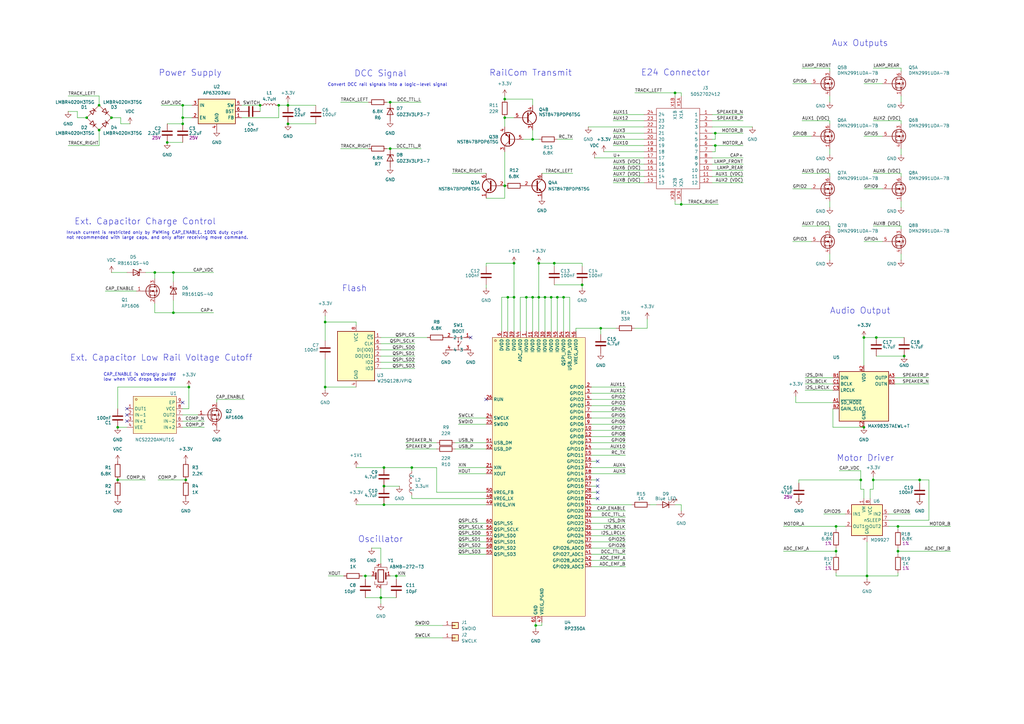
<source format=kicad_sch>
(kicad_sch (version 20250114) (generator "eeschema") (generator_version "9.0")
  (paper "A3")
  (title_block (date "2025-07-03") (rev "v0.3.0"))
  (text "Inrush current is restricted only by PWMing CAP_ENABLE. 100% duty cycle\nnot recommended with large caps, and only after receiving move command." (at 27.178 98.298 0) (effects (font (size 1.27 1.27)) (justify left bottom)))
  (text "CAP_ENABLE is strongly pulled\nlow when VDC drops below 8V" (at 42.418 156.464 0) (effects (font (size 1.27 1.27)) (justify left bottom)))
  (text "Aux Outputs" (at 341.122 19.304 0) (effects (font (size 2.54 2.54)) (justify left bottom)))
  (text "RailCom Transmit" (at 200.66 31.496 0) (effects (font (size 2.54 2.54)) (justify left bottom)))
  (text "Convert DCC rail signals into a logic-level signal" (at 134.366 35.56 0) (effects (font (size 1.27 1.27)) (justify left bottom)))
  (text "Motor Driver" (at 343.154 189.484 0) (effects (font (size 2.54 2.54)) (justify left bottom)))
  (text "Oscillator" (at 146.812 222.758 0) (effects (font (size 2.54 2.54)) (justify left bottom)))
  (text "Power Supply" (at 65.024 31.496 0) (effects (font (size 2.54 2.54)) (justify left bottom)))
  (text "Flash" (at 140.208 119.888 0) (effects (font (size 2.54 2.54)) (justify left bottom)))
  (text "Ext. Capacitor Low Rail Voltage Cutoff" (at 28.702 148.336 0) (effects (font (size 2.54 2.54)) (justify left bottom)))
  (text "Ext. Capacitor Charge Control" (at 30.48 92.456 0) (effects (font (size 2.54 2.54)) (justify left bottom)))
  (text "Audio Output" (at 340.36 129.032 0) (effects (font (size 2.54 2.54)) (justify left bottom)))
  (text "E24 Connector" (at 262.89 31.369 0) (effects (font (size 2.54 2.54)) (justify left bottom)))
  (text "DCC Signal" (at 145.288 31.75 0) (effects (font (size 2.54 2.54)) (justify left bottom)))
  (junction (at 220.98 107.95))
  (junction (at 218.44 121.92))
  (junction (at 355.6 236.22))
  (junction (at 118.11 43.18))
  (junction (at 359.41 138.43))
  (junction (at 68.58 58.42))
  (junction (at 48.26 175.26))
  (junction (at 71.12 111.76))
  (junction (at 238.76 116.84))
  (junction (at 226.06 121.92))
  (junction (at 293.37 59.69))
  (junction (at 149.86 236.22))
  (junction (at 77.47 158.75))
  (junction (at 354.33 138.43))
  (junction (at 133.35 158.75))
  (junction (at 368.3 226.06))
  (junction (at 358.14 196.85))
  (junction (at 219.71 256.54))
  (junction (at 106.68 43.18))
  (junction (at 231.14 121.92))
  (junction (at 76.2 196.85))
  (junction (at 228.6 121.92))
  (junction (at 157.48 199.39))
  (junction (at 210.82 107.95))
  (junction (at 133.35 132.08))
  (junction (at 63.5 111.76))
  (junction (at 377.19 196.85))
  (junction (at 40.64 43.18))
  (junction (at 156.21 245.11))
  (junction (at 71.12 128.27))
  (junction (at 45.72 48.26))
  (junction (at 207.01 40.64))
  (junction (at 276.86 38.1))
  (junction (at 293.37 54.61))
  (junction (at 208.28 121.92))
  (junction (at 368.3 215.9))
  (junction (at 40.64 53.34))
  (junction (at 157.48 191.77))
  (junction (at 74.93 43.18))
  (junction (at 35.56 48.26))
  (junction (at 223.52 121.92))
  (junction (at 370.84 146.05))
  (junction (at 157.48 207.01))
  (junction (at 168.91 191.77))
  (junction (at 353.06 196.85))
  (junction (at 162.56 236.22))
  (junction (at 160.02 41.91))
  (junction (at 114.3 43.18))
  (junction (at 227.33 107.95))
  (junction (at 218.44 57.15))
  (junction (at 210.82 121.92))
  (junction (at 342.9 215.9))
  (junction (at 48.26 196.85))
  (junction (at 207.01 48.26))
  (junction (at 74.93 48.26))
  (junction (at 160.02 60.96))
  (junction (at 215.9 121.92))
  (junction (at 342.9 226.06))
  (junction (at 246.38 134.62))
  (junction (at 279.4 83.82))
  (junction (at 220.98 121.92))
  (junction (at 207.01 76.2))
  (junction (at 118.11 50.8))
  (junction (at 74.93 50.8))
  (junction (at 354.33 175.26))
  (no_connect (at 245.11 196.85))
  (no_connect (at 52.07 172.72))
  (no_connect (at 193.04 138.43))
  (no_connect (at 52.07 167.64))
  (no_connect (at 245.11 189.23))
  (no_connect (at 52.07 170.18))
  (no_connect (at 199.39 163.83))
  (no_connect (at 245.11 204.47))
  (no_connect (at 74.93 165.1))
  (no_connect (at 245.11 201.93))
  (no_connect (at 245.11 199.39))
  (wire (pts (xy 48.26 196.85) (xy 59.69 196.85)))
  (wire (pts (xy 63.5 111.76) (xy 63.5 114.3)))
  (wire (pts (xy 242.57 209.55) (xy 256.54 209.55)))
  (wire (pts (xy 279.4 82.55) (xy 279.4 83.82)))
  (wire (pts (xy 207.01 48.26) (xy 210.82 48.26)))
  (wire (pts (xy 133.35 129.54) (xy 133.35 132.08)))
  (wire (pts (xy 158.75 60.96) (xy 160.02 60.96)))
  (wire (pts (xy 304.8 67.31) (xy 292.1 67.31)))
  (wire (pts (xy 74.93 172.72) (xy 83.82 172.72)))
  (wire (pts (xy 187.96 191.77) (xy 199.39 191.77)))
  (wire (pts (xy 242.57 186.69) (xy 256.54 186.69)))
  (wire (pts (xy 242.57 196.85) (xy 245.11 196.85)))
  (wire (pts (xy 260.35 38.1) (xy 276.86 38.1)))
  (wire (pts (xy 368.3 217.17) (xy 368.3 215.9)))
  (wire (pts (xy 99.06 48.26) (xy 114.3 48.26)))
  (wire (pts (xy 187.96 173.99) (xy 199.39 173.99)))
  (wire (pts (xy 186.69 184.15) (xy 199.39 184.15)))
  (wire (pts (xy 292.1 62.23) (xy 293.37 62.23)))
  (wire (pts (xy 367.03 157.48) (xy 381 157.48)))
  (wire (pts (xy 218.44 43.18) (xy 218.44 40.64)))
  (wire (pts (xy 99.06 43.18) (xy 106.68 43.18)))
  (wire (pts (xy 170.18 256.54) (xy 181.61 256.54)))
  (wire (pts (xy 327.66 205.74) (xy 327.66 204.47)))
  (wire (pts (xy 187.96 222.25) (xy 199.39 222.25)))
  (wire (pts (xy 369.57 60.96) (xy 369.57 63.5)))
  (wire (pts (xy 118.11 43.18) (xy 129.54 43.18)))
  (wire (pts (xy 292.1 57.15) (xy 293.37 57.15)))
  (wire (pts (xy 74.93 43.18) (xy 78.74 43.18)))
  (wire (pts (xy 146.05 132.08) (xy 146.05 133.35)))
  (wire (pts (xy 74.93 48.26) (xy 78.74 48.26)))
  (wire (pts (xy 276.86 207.01) (xy 279.4 207.01)))
  (wire (pts (xy 358.14 27.94) (xy 369.57 27.94)))
  (wire (pts (xy 242.57 219.71) (xy 256.54 219.71)))
  (wire (pts (xy 355.6 236.22) (xy 368.3 236.22)))
  (wire (pts (xy 358.14 195.58) (xy 358.14 196.85)))
  (wire (pts (xy 242.57 179.07) (xy 256.54 179.07)))
  (wire (pts (xy 187.96 214.63) (xy 199.39 214.63)))
  (wire (pts (xy 242.57 161.29) (xy 256.54 161.29)))
  (wire (pts (xy 156.21 143.51) (xy 170.18 143.51)))
  (wire (pts (xy 218.44 121.92) (xy 220.98 121.92)))
  (wire (pts (xy 327.66 196.85) (xy 353.06 196.85)))
  (wire (pts (xy 220.98 57.15) (xy 218.44 57.15)))
  (wire (pts (xy 358.14 92.71) (xy 369.57 92.71)))
  (wire (pts (xy 226.06 121.92) (xy 223.52 121.92)))
  (wire (pts (xy 66.04 43.18) (xy 74.93 43.18)))
  (wire (pts (xy 242.57 227.33) (xy 256.54 227.33)))
  (wire (pts (xy 251.46 74.93) (xy 264.16 74.93)))
  (wire (pts (xy 265.43 130.81) (xy 265.43 134.62)))
  (wire (pts (xy 49.53 48.26) (xy 45.72 48.26)))
  (wire (pts (xy 133.35 132.08) (xy 146.05 132.08)))
  (wire (pts (xy 242.57 168.91) (xy 256.54 168.91)))
  (wire (pts (xy 233.68 121.92) (xy 233.68 135.89)))
  (wire (pts (xy 293.37 59.69) (xy 292.1 59.69)))
  (wire (pts (xy 369.57 49.53) (xy 369.57 50.8)))
  (wire (pts (xy 369.57 82.55) (xy 369.57 85.09)))
  (wire (pts (xy 207.01 81.28) (xy 207.01 76.2)))
  (wire (pts (xy 242.57 163.83) (xy 256.54 163.83)))
  (wire (pts (xy 238.76 116.84) (xy 238.76 118.11)))
  (wire (pts (xy 162.56 236.22) (xy 166.37 236.22)))
  (wire (pts (xy 342.9 215.9) (xy 321.31 215.9)))
  (wire (pts (xy 346.71 215.9) (xy 342.9 215.9)))
  (wire (pts (xy 210.82 107.95) (xy 210.82 121.92)))
  (wire (pts (xy 149.86 237.49) (xy 149.86 236.22)))
  (wire (pts (xy 220.98 121.92) (xy 220.98 135.89)))
  (wire (pts (xy 223.52 121.92) (xy 223.52 135.89)))
  (wire (pts (xy 71.12 128.27) (xy 87.63 128.27)))
  (wire (pts (xy 325.12 77.47) (xy 332.74 77.47)))
  (wire (pts (xy 199.39 107.95) (xy 199.39 109.22)))
  (wire (pts (xy 242.57 217.17) (xy 256.54 217.17)))
  (wire (pts (xy 71.12 111.76) (xy 87.63 111.76)))
  (wire (pts (xy 187.96 194.31) (xy 199.39 194.31)))
  (wire (pts (xy 292.1 46.99) (xy 304.8 46.99)))
  (wire (pts (xy 368.3 215.9) (xy 364.49 215.9)))
  (wire (pts (xy 168.91 203.2) (xy 168.91 204.47)))
  (wire (pts (xy 326.39 165.1) (xy 326.39 162.56)))
  (wire (pts (xy 74.93 58.42) (xy 68.58 58.42)))
  (wire (pts (xy 356.87 204.47) (xy 356.87 200.66)))
  (wire (pts (xy 48.26 175.26) (xy 52.07 175.26)))
  (wire (pts (xy 342.9 234.95) (xy 342.9 236.22)))
  (wire (pts (xy 354.33 99.06) (xy 361.95 99.06)))
  (wire (pts (xy 368.3 226.06) (xy 368.3 227.33)))
  (wire (pts (xy 369.57 104.14) (xy 369.57 106.68)))
  (wire (pts (xy 242.57 191.77) (xy 256.54 191.77)))
  (wire (pts (xy 227.33 116.84) (xy 238.76 116.84)))
  (wire (pts (xy 187.96 217.17) (xy 199.39 217.17)))
  (wire (pts (xy 377.19 196.85) (xy 381 196.85)))
  (wire (pts (xy 242.57 158.75) (xy 256.54 158.75)))
  (wire (pts (xy 71.12 111.76) (xy 71.12 115.57)))
  (wire (pts (xy 293.37 62.23) (xy 293.37 59.69)))
  (wire (pts (xy 208.28 121.92) (xy 208.28 135.89)))
  (wire (pts (xy 341.63 175.26) (xy 354.33 175.26)))
  (wire (pts (xy 133.35 147.32) (xy 133.35 158.75)))
  (wire (pts (xy 227.33 107.95) (xy 238.76 107.95)))
  (wire (pts (xy 264.16 49.53) (xy 251.46 49.53)))
  (wire (pts (xy 156.21 151.13) (xy 170.18 151.13)))
  (wire (pts (xy 220.98 107.95) (xy 227.33 107.95)))
  (wire (pts (xy 344.17 193.04) (xy 353.06 193.04)))
  (wire (pts (xy 354.33 138.43) (xy 359.41 138.43)))
  (wire (pts (xy 354.33 34.29) (xy 361.95 34.29)))
  (wire (pts (xy 213.36 135.89) (xy 213.36 121.92)))
  (wire (pts (xy 340.36 27.94) (xy 340.36 29.21)))
  (wire (pts (xy 242.57 173.99) (xy 256.54 173.99)))
  (wire (pts (xy 354.33 204.47) (xy 354.33 200.66)))
  (wire (pts (xy 207.01 62.23) (xy 207.01 76.2)))
  (wire (pts (xy 242.57 171.45) (xy 256.54 171.45)))
  (wire (pts (xy 156.21 140.97) (xy 170.18 140.97)))
  (wire (pts (xy 264.16 57.15) (xy 251.46 57.15)))
  (wire (pts (xy 77.47 167.64) (xy 77.47 158.75)))
  (wire (pts (xy 321.31 226.06) (xy 342.9 226.06)))
  (wire (pts (xy 219.71 255.27) (xy 219.71 256.54)))
  (wire (pts (xy 340.36 60.96) (xy 340.36 63.5)))
  (wire (pts (xy 187.96 224.79) (xy 199.39 224.79)))
  (wire (pts (xy 370.84 146.05) (xy 359.41 146.05)))
  (wire (pts (xy 160.02 60.96) (xy 172.72 60.96)))
  (wire (pts (xy 218.44 53.34) (xy 218.44 57.15)))
  (wire (pts (xy 328.93 27.94) (xy 340.36 27.94)))
  (wire (pts (xy 355.6 222.25) (xy 355.6 236.22)))
  (wire (pts (xy 243.84 64.77) (xy 264.16 64.77)))
  (wire (pts (xy 367.03 154.94) (xy 381 154.94)))
  (wire (pts (xy 27.94 59.69) (xy 40.64 59.69)))
  (wire (pts (xy 59.69 111.76) (xy 63.5 111.76)))
  (wire (pts (xy 358.14 71.12) (xy 369.57 71.12)))
  (wire (pts (xy 354.33 77.47) (xy 361.95 77.47)))
  (wire (pts (xy 353.06 196.85) (xy 353.06 200.66)))
  (wire (pts (xy 252.73 134.62) (xy 246.38 134.62)))
  (wire (pts (xy 265.43 134.62) (xy 260.35 134.62)))
  (wire (pts (xy 220.98 107.95) (xy 220.98 121.92)))
  (wire (pts (xy 264.16 69.85) (xy 251.46 69.85)))
  (wire (pts (xy 358.14 196.85) (xy 358.14 200.66)))
  (wire (pts (xy 325.12 55.88) (xy 332.74 55.88)))
  (wire (pts (xy 359.41 138.43) (xy 370.84 138.43)))
  (wire (pts (xy 168.91 193.04) (xy 168.91 191.77)))
  (wire (pts (xy 242.57 204.47) (xy 245.11 204.47)))
  (wire (pts (xy 205.74 121.92) (xy 205.74 135.89)))
  (wire (pts (xy 242.57 212.09) (xy 256.54 212.09)))
  (wire (pts (xy 369.57 27.94) (xy 369.57 29.21)))
  (wire (pts (xy 238.76 107.95) (xy 238.76 109.22)))
  (wire (pts (xy 49.53 50.8) (xy 53.34 50.8)))
  (wire (pts (xy 228.6 121.92) (xy 228.6 135.89)))
  (wire (pts (xy 330.2 160.02) (xy 341.63 160.02)))
  (wire (pts (xy 31.75 45.72) (xy 31.75 48.26)))
  (wire (pts (xy 340.36 49.53) (xy 340.36 50.8)))
  (wire (pts (xy 74.93 170.18) (xy 81.28 170.18)))
  (wire (pts (xy 157.48 191.77) (xy 168.91 191.77)))
  (wire (pts (xy 168.91 191.77) (xy 179.07 191.77)))
  (wire (pts (xy 222.25 71.12) (xy 234.95 71.12)))
  (wire (pts (xy 328.93 49.53) (xy 340.36 49.53)))
  (wire (pts (xy 264.16 54.61) (xy 251.46 54.61)))
  (wire (pts (xy 149.86 236.22) (xy 152.4 236.22)))
  (wire (pts (xy 133.35 132.08) (xy 133.35 139.7)))
  (wire (pts (xy 156.21 224.79) (xy 156.21 231.14)))
  (wire (pts (xy 43.18 119.38) (xy 55.88 119.38)))
  (wire (pts (xy 226.06 121.92) (xy 226.06 135.89)))
  (wire (pts (xy 242.57 181.61) (xy 256.54 181.61)))
  (wire (pts (xy 74.93 175.26) (xy 83.82 175.26)))
  (wire (pts (xy 219.71 256.54) (xy 222.25 256.54)))
  (wire (pts (xy 146.05 191.77) (xy 157.48 191.77)))
  (wire (pts (xy 364.49 210.82) (xy 373.38 210.82)))
  (wire (pts (xy 279.4 83.82) (xy 294.64 83.82)))
  (wire (pts (xy 88.9 163.83) (xy 88.9 165.1)))
  (wire (pts (xy 276.86 82.55) (xy 276.86 83.82)))
  (wire (pts (xy 199.39 107.95) (xy 210.82 107.95)))
  (wire (pts (xy 325.12 34.29) (xy 332.74 34.29)))
  (wire (pts (xy 328.93 71.12) (xy 340.36 71.12)))
  (wire (pts (xy 179.07 201.93) (xy 179.07 191.77)))
  (wire (pts (xy 63.5 128.27) (xy 71.12 128.27)))
  (wire (pts (xy 304.8 74.93) (xy 292.1 74.93)))
  (wire (pts (xy 139.7 60.96) (xy 151.13 60.96)))
  (wire (pts (xy 156.21 138.43) (xy 175.26 138.43)))
  (wire (pts (xy 207.01 48.26) (xy 207.01 52.07)))
  (wire (pts (xy 325.12 99.06) (xy 332.74 99.06)))
  (wire (pts (xy 114.3 43.18) (xy 114.3 48.26)))
  (wire (pts (xy 156.21 148.59) (xy 170.18 148.59)))
  (wire (pts (xy 213.36 121.92) (xy 215.9 121.92)))
  (wire (pts (xy 242.57 201.93) (xy 245.11 201.93)))
  (wire (pts (xy 227.33 107.95) (xy 227.33 109.22)))
  (wire (pts (xy 389.89 215.9) (xy 368.3 215.9)))
  (wire (pts (xy 242.57 214.63) (xy 256.54 214.63)))
  (wire (pts (xy 236.22 134.62) (xy 236.22 135.89)))
  (wire (pts (xy 49.53 50.8) (xy 49.53 48.26)))
  (wire (pts (xy 276.86 83.82) (xy 279.4 83.82)))
  (wire (pts (xy 242.57 189.23) (xy 245.11 189.23)))
  (wire (pts (xy 40.64 53.34) (xy 40.64 59.69)))
  (wire (pts (xy 242.57 222.25) (xy 256.54 222.25)))
  (wire (pts (xy 158.75 41.91) (xy 160.02 41.91)))
  (wire (pts (xy 304.8 69.85) (xy 292.1 69.85)))
  (wire (pts (xy 353.06 193.04) (xy 353.06 196.85)))
  (wire (pts (xy 369.57 92.71) (xy 369.57 93.98)))
  (wire (pts (xy 354.33 138.43) (xy 354.33 149.86)))
  (wire (pts (xy 369.57 39.37) (xy 369.57 41.91)))
  (wire (pts (xy 377.19 204.47) (xy 377.19 205.74)))
  (wire (pts (xy 208.28 121.92) (xy 205.74 121.92)))
  (wire (pts (xy 166.37 181.61) (xy 179.07 181.61)))
  (wire (pts (xy 148.59 236.22) (xy 149.86 236.22)))
  (wire (pts (xy 210.82 121.92) (xy 208.28 121.92)))
  (wire (pts (xy 341.63 167.64) (xy 341.63 175.26)))
  (wire (pts (xy 369.57 71.12) (xy 369.57 72.39)))
  (wire (pts (xy 63.5 111.76) (xy 71.12 111.76)))
  (wire (pts (xy 264.16 59.69) (xy 251.46 59.69)))
  (wire (pts (xy 222.25 256.54) (xy 222.25 255.27)))
  (wire (pts (xy 134.62 236.22) (xy 140.97 236.22)))
  (wire (pts (xy 223.52 121.92) (xy 220.98 121.92)))
  (wire (pts (xy 264.16 46.99) (xy 251.46 46.99)))
  (wire (pts (xy 187.96 227.33) (xy 199.39 227.33)))
  (wire (pts (xy 279.4 39.37) (xy 279.4 38.1)))
  (wire (pts (xy 74.93 50.8) (xy 74.93 48.26)))
  (wire (pts (xy 368.3 226.06) (xy 368.3 224.79)))
  (wire (pts (xy 219.71 256.54) (xy 219.71 257.81)))
  (wire (pts (xy 63.5 124.46) (xy 63.5 128.27)))
  (wire (pts (xy 328.93 92.71) (xy 340.36 92.71)))
  (wire (pts (xy 377.19 196.85) (xy 358.14 196.85)))
  (wire (pts (xy 133.35 158.75) (xy 133.35 160.02)))
  (wire (pts (xy 242.57 194.31) (xy 256.54 194.31)))
  (wire (pts (xy 218.44 135.89) (xy 218.44 121.92)))
  (wire (pts (xy 100.33 163.83) (xy 88.9 163.83)))
  (wire (pts (xy 293.37 54.61) (xy 292.1 54.61)))
  (wire (pts (xy 340.36 92.71) (xy 340.36 93.98)))
  (wire (pts (xy 48.26 158.75) (xy 77.47 158.75)))
  (wire (pts (xy 156.21 241.3) (xy 156.21 245.11)))
  (wire (pts (xy 139.7 41.91) (xy 151.13 41.91)))
  (wire (pts (xy 242.57 232.41) (xy 256.54 232.41)))
  (wire (pts (xy 68.58 50.8) (xy 74.93 50.8)))
  (wire (pts (xy 364.49 213.36) (xy 381 213.36)))
  (wire (pts (xy 163.83 199.39) (xy 157.48 199.39)))
  (wire (pts (xy 246.38 137.16) (xy 246.38 134.62)))
  (wire (pts (xy 186.69 181.61) (xy 199.39 181.61)))
  (wire (pts (xy 40.64 39.37) (xy 40.64 43.18)))
  (wire (pts (xy 242.57 224.79) (xy 256.54 224.79)))
  (wire (pts (xy 228.6 121.92) (xy 231.14 121.92)))
  (wire (pts (xy 45.72 111.76) (xy 52.07 111.76)))
  (wire (pts (xy 162.56 237.49) (xy 162.56 236.22)))
  (wire (pts (xy 368.3 226.06) (xy 389.89 226.06)))
  (wire (pts (xy 149.86 245.11) (xy 156.21 245.11)))
  (wire (pts (xy 228.6 57.15) (xy 234.95 57.15)))
  (wire (pts (xy 304.8 72.39) (xy 292.1 72.39)))
  (wire (pts (xy 293.37 57.15) (xy 293.37 54.61)))
  (wire (pts (xy 276.86 39.37) (xy 276.86 38.1)))
  (wire (pts (xy 381 213.36) (xy 381 196.85)))
  (wire (pts (xy 247.65 62.23) (xy 264.16 62.23)))
  (wire (pts (xy 218.44 40.64) (xy 207.01 40.64)))
  (wire (pts (xy 236.22 134.62) (xy 246.38 134.62)))
  (wire (pts (xy 342.9 217.17) (xy 342.9 215.9)))
  (wire (pts (xy 279.4 207.01) (xy 279.4 209.55)))
  (wire (pts (xy 342.9 227.33) (xy 342.9 226.06)))
  (wire (pts (xy 207.01 39.37) (xy 207.01 40.64)))
  (wire (pts (xy 106.68 43.18) (xy 106.68 45.72)))
  (wire (pts (xy 152.4 224.79) (xy 156.21 224.79)))
  (wire (pts (xy 156.21 146.05) (xy 170.18 146.05)))
  (wire (pts (xy 146.05 207.01) (xy 157.48 207.01)))
  (wire (pts (xy 358.14 49.53) (xy 369.57 49.53)))
  (wire (pts (xy 210.82 121.92) (xy 210.82 135.89)))
  (wire (pts (xy 242.57 199.39) (xy 245.11 199.39)))
  (wire (pts (xy 264.16 67.31) (xy 251.46 67.31)))
  (wire (pts (xy 114.3 43.18) (xy 118.11 43.18)))
  (wire (pts (xy 242.57 184.15) (xy 256.54 184.15)))
  (wire (pts (xy 292.1 49.53) (xy 304.8 49.53)))
  (wire (pts (xy 168.91 204.47) (xy 199.39 204.47)))
  (wire (pts (xy 242.57 207.01) (xy 259.08 207.01)))
  (wire (pts (xy 241.3 52.07) (xy 264.16 52.07)))
  (wire (pts (xy 276.86 38.1) (xy 279.4 38.1)))
  (wire (pts (xy 304.8 54.61) (xy 293.37 54.61)))
  (wire (pts (xy 71.12 123.19) (xy 71.12 128.27)))
  (wire (pts (xy 231.14 121.92) (xy 233.68 121.92)))
  (wire (pts (xy 218.44 57.15) (xy 214.63 57.15)))
  (wire (pts (xy 356.87 200.66) (xy 358.14 200.66)))
  (wire (pts (xy 330.2 157.48) (xy 341.63 157.48)))
  (wire (pts (xy 269.24 207.01) (xy 266.7 207.01)))
  (wire (pts (xy 156.21 247.65) (xy 156.21 245.11)))
  (wire (pts (xy 74.93 167.64) (xy 77.47 167.64)))
  (wire (pts (xy 337.82 210.82) (xy 346.71 210.82)))
  (wire (pts (xy 242.57 229.87) (xy 256.54 229.87)))
  (wire (pts (xy 156.21 245.11) (xy 162.56 245.11)))
  (wire (pts (xy 327.66 198.12) (xy 327.66 196.85)))
  (wire (pts (xy 342.9 226.06) (xy 342.9 224.79)))
  (wire (pts (xy 27.94 39.37) (xy 40.64 39.37)))
  (wire (pts (xy 355.6 236.22) (xy 342.9 236.22)))
  (wire (pts (xy 340.36 104.14) (xy 340.36 106.68)))
  (wire (pts (xy 377.19 198.12) (xy 377.19 196.85)))
  (wire (pts (xy 242.57 166.37) (xy 256.54 166.37)))
  (wire (pts (xy 199.39 201.93) (xy 179.07 201.93)))
  (wire (pts (xy 330.2 154.94) (xy 341.63 154.94)))
  (wire (pts (xy 170.18 261.62) (xy 181.61 261.62)))
  (wire (pts (xy 199.39 81.28) (xy 207.01 81.28)))
  (wire (pts (xy 251.46 72.39) (xy 264.16 72.39)))
  (wire (pts (xy 199.39 116.84) (xy 199.39 118.11)))
  (wire (pts (xy 304.8 64.77) (xy 292.1 64.77)))
  (wire (pts (xy 27.94 45.72) (xy 31.75 45.72)))
  (wire (pts (xy 340.36 39.37) (xy 340.36 41.91)))
  (wire (pts (xy 368.3 234.95) (xy 368.3 236.22)))
  (wire (pts (xy 31.75 48.26) (xy 35.56 48.26)))
  (wire (pts (xy 308.61 52.07) (xy 292.1 52.07)))
  (wire (pts (xy 187.96 219.71) (xy 199.39 219.71)))
  (wire (pts (xy 76.2 196.85) (xy 64.77 196.85)))
  (wire (pts (xy 215.9 135.89) (xy 215.9 121.92)))
  (wire (pts (xy 118.11 50.8) (xy 129.54 50.8)))
  (wire (pts (xy 341.63 165.1) (xy 326.39 165.1)))
  (wire (pts (xy 228.6 121.92) (xy 226.06 121.92)))
  (wire (pts (xy 118.11 41.91) (xy 118.11 43.18)))
  (wire (pts (xy 48.26 158.75) (xy 48.26 167.64)))
  (wire (pts (xy 340.36 82.55) (xy 340.36 85.09)))
  (wire (pts (xy 74.93 43.18) (xy 74.93 48.26)))
  (wire (pts (xy 160.02 236.22) (xy 162.56 236.22)))
  (wire (pts (xy 187.96 171.45) (xy 199.39 171.45)))
  (wire (pts (xy 354.33 200.66) (xy 353.06 200.66)))
  (wire (pts (xy 185.42 71.12) (xy 199.39 71.12)))
  (wire (pts (xy 231.14 121.92) (xy 231.14 135.89)))
  (wire (pts (xy 340.36 71.12) (xy 340.36 72.39)))
  (wire (pts (xy 215.9 121.92) (xy 218.44 121.92)))
  (wire (pts (xy 354.33 55.88) (xy 361.95 55.88)))
  (wire (pts (xy 133.35 158.75) (xy 146.05 158.75)))
  (wire (pts (xy 355.6 236.22) (xy 355.6 237.49)))
  (wire (pts (xy 157.48 207.01) (xy 199.39 207.01)))
  (wire (pts (xy 304.8 59.69) (xy 293.37 59.69)))
  (wire (pts (xy 166.37 184.15) (xy 179.07 184.15)))
  (wire (pts (xy 242.57 176.53) (xy 256.54 176.53)))
  (wire (pts (xy 160.02 41.91) (xy 172.72 41.91)))
  (label "AUX6 (VDC)" (at 251.46 69.85 0))
  (label "TRACK_RIGHT" (at 139.7 60.96 0))
  (label "AUX7 (VDC)" (at 328.93 92.71 0))
  (label "GPIO7" (at 354.33 34.29 0))
  (label "TRACK_RIGHT" (at 294.64 83.82 180))
  (label "LAMP_REAR" (at 358.14 27.94 0))
  (label "TRACK_RIGHT" (at 27.94 59.69 0))
  (label "CAP+" (at 304.8 64.77 180))
  (label "AUX4" (at 251.46 57.15 0))
  (label "TRACK_LEFT" (at 139.7 41.91 0))
  (label "QSPI_SD3" (at 170.18 151.13 180))
  (label "QSPI_SD0" (at 187.96 219.71 0))
  (label "ADC_EMF_A" (at 321.31 226.06 0))
  (label "SPEAKER_N" (at 304.8 46.99 180))
  (label "GPIO4" (at 354.33 99.06 0))
  (label "AUX1 (VDC)" (at 328.93 49.53 0))
  (label "I2S_BCLK" (at 256.54 217.17 180))
  (label "LAMP_FRONT" (at 304.8 67.31 180))
  (label "SPEAKER_P" (at 166.37 184.15 0))
  (label "SWDIO" (at 187.96 173.99 0))
  (label "CAP_VDC" (at 87.63 111.76 180))
  (label "AUX10" (at 256.54 184.15 180))
  (label "RC_TX" (at 234.95 57.15 180))
  (label "TRACK_LEFT" (at 260.35 38.1 0))
  (label "AUX4" (at 256.54 191.77 180))
  (label "SWCLK" (at 170.18 261.62 0))
  (label "XOUT" (at 187.96 194.31 0))
  (label "AUX5 (VDC)" (at 328.93 71.12 0))
  (label "CAP_ENABLE" (at 43.18 119.38 0))
  (label "GPIO2" (at 325.12 77.47 0))
  (label "SWCLK" (at 187.96 171.45 0))
  (label "COMP_N" (at 59.69 196.85 180))
  (label "DCC_TTL_L" (at 256.54 212.09 180))
  (label "GPIO2" (at 256.54 163.83 180))
  (label "QSPI_SCLK" (at 187.96 217.17 0))
  (label "AUX2 (VDC)" (at 304.8 74.93 180))
  (label "GPIO7" (at 256.54 176.53 180))
  (label "I2S_DIN" (at 256.54 214.63 180))
  (label "LAMP_REAR" (at 304.8 69.85 180))
  (label "MOTOR_B" (at 304.8 54.61 180))
  (label "USB_P" (at 187.96 184.15 0))
  (label "AUX3" (at 256.54 194.31 180))
  (label "AUX10" (at 251.46 59.69 0))
  (label "DCC_TTL_R" (at 256.54 227.33 180))
  (label "GPIO3" (at 256.54 166.37 180))
  (label "GPIO25" (at 337.82 210.82 0))
  (label "DCC_TTL_R" (at 172.72 60.96 180))
  (label "GPIO26" (at 256.54 224.79 180))
  (label "I2S_LRCLK" (at 256.54 219.71 180))
  (label "AUX12" (at 251.46 49.53 0))
  (label "SPEAKER_P" (at 304.8 49.53 180))
  (label "SPEAKER_N" (at 381 157.48 180))
  (label "ADC_EMF_B" (at 389.89 226.06 180))
  (label "LAMP_FRONT" (at 328.93 27.94 0))
  (label "QSPI_CS" (at 170.18 138.43 180))
  (label "I2S_DIN" (at 330.2 154.94 0))
  (label "MOTOR_A" (at 304.8 59.69 180))
  (label "MOTOR_B" (at 389.89 215.9 180))
  (label "U+" (at 251.46 64.77 0))
  (label "AUX8 (VDC)" (at 251.46 74.93 0))
  (label "AUX2 (VDC)" (at 358.14 49.53 0))
  (label "QSPI_SD1" (at 170.18 146.05 180))
  (label "GPIO5" (at 256.54 171.45 180))
  (label "COMP_P" (at 83.82 175.26 180))
  (label "CAP_VDC" (at 66.04 43.18 0))
  (label "COMP_P" (at 64.77 196.85 0))
  (label "QSPI_SD0" (at 170.18 143.51 180))
  (label "AUX7 (VDC)" (at 251.46 72.39 0))
  (label "CAP+" (at 87.63 128.27 180))
  (label "QSPI_SCLK" (at 170.18 140.97 180))
  (label "DCC_TTL_L" (at 172.72 41.91 180))
  (label "TRACK_RIGHT" (at 185.42 71.12 0))
  (label "CAP_ENABLE" (at 256.54 209.55 180))
  (label "RC_TX" (at 256.54 186.69 180))
  (label "GPIO6" (at 325.12 34.29 0))
  (label "GPIO9" (at 256.54 181.61 180))
  (label "XIN" (at 166.37 236.22 180))
  (label "AUX1 (VDC)" (at 304.8 72.39 180))
  (label "SPEAKER_P" (at 381 154.94 180))
  (label "GPIO5" (at 354.33 55.88 0))
  (label "CAP_VDC" (at 344.17 193.04 0))
  (label "USB_N" (at 187.96 181.61 0))
  (label "AUX8 (VDC)" (at 358.14 92.71 0))
  (label "GPIO9" (at 354.33 77.47 0))
  (label "QSPI_SD3" (at 187.96 227.33 0))
  (label "I2S_BCLK" (at 330.2 157.48 0))
  (label "SWITCH" (at 106.68 43.18 180))
  (label "GPIO26" (at 373.38 210.82 180))
  (label "COMP_N" (at 83.82 172.72 180))
  (label "MOTOR_A" (at 321.31 215.9 0))
  (label "ADC_EMF_A" (at 256.54 229.87 180))
  (label "AUX3" (at 251.46 54.61 0))
  (label "QSPI_SD2" (at 187.96 224.79 0))
  (label "GPIO6" (at 256.54 173.99 180))
  (label "GPIO8" (at 325.12 55.88 0))
  (label "AUX5 (VDC)" (at 251.46 67.31 0))
  (label "AUX6 (VDC)" (at 358.14 71.12 0))
  (label "ADC_EMF_B" (at 256.54 232.41 180))
  (label "SPEAKER_N" (at 166.37 181.61 0))
  (label "AUX12" (at 256.54 161.29 180))
  (label "GPIO8" (at 256.54 179.07 180))
  (label "GPIO3" (at 325.12 99.06 0))
  (label "I2S_LRCLK" (at 330.2 160.02 0))
  (label "XIN" (at 187.96 191.77 0))
  (label "GPIO25" (at 256.54 222.25 180))
  (label "TRACK_LEFT" (at 234.95 71.12 180))
  (label "QSPI_SD1" (at 187.96 222.25 0))
  (label "QSPI_CS" (at 187.96 214.63 0))
  (label "SWDIO" (at 170.18 256.54 0))
  (label "CAP_ENABLE" (at 100.33 163.83 180))
  (label "TRACK_LEFT" (at 27.94 39.37 0))
  (label "GPIO4" (at 256.54 168.91 180))
  (label "AUX11" (at 251.46 46.99 0))
  (label "AUX11" (at 256.54 158.75 180))
  (label "XOUT" (at 134.62 236.22 0))
  (label "QSPI_SD2" (at 170.18 148.59 180))
  (symbol (lib_id "rp2350-decoder:GND") (at 88.9 175.26 0) (unit 1)
    (property "Reference" "#PWR012" (effects (hide yes)))
    (property "Value" "GND" (at 88.9 180.34 0))
    (property "Description" "Power symbol creates a global label with name \"GND\" , ground" (effects (hide yes)))
  )
  (symbol (lib_id "rp2350-decoder:GND") (at 160.02 49.53 0) (unit 1)
    (property "Reference" "#PWR021" (effects (hide yes)))
    (property "Value" "GND" (at 160.02 54.61 0))
    (property "Description" "Power symbol creates a global label with name \"GND\" , ground" (effects (hide yes)))
  )
  (symbol (lib_id "rp2350-decoder:GND") (at 246.38 144.78 0) (unit 1)
    (property "Reference" "#PWR035" (effects (hide yes)))
    (property "Value" "GND" (at 246.38 149.86 0))
    (property "Description" "Power symbol creates a global label with name \"GND\" , ground" (effects (hide yes)))
  )
  (symbol (lib_id "rp2350-decoder:GND") (at 193.04 143.51 0) (unit 1)
    (property "Reference" "#PWR025" (effects (hide yes)))
    (property "Value" "GND" (at 193.04 148.59 0))
    (property "Description" "Power symbol creates a global label with name \"GND\" , ground" (effects (hide yes)))
  )
  (symbol (lib_id "rp2350-decoder:BC847BPN") (at 215.9 48.26 0) (mirror x) (unit 2)
    (property "Reference" "Q4" (at 220.98 44.958 0) (effects (justify left)))
    (property "Value" "NST847BPDP6T5G" (at 220.98 46.9901 0) (effects (justify left)))
    (property "Footprint" "rp2350-decoder:SOT-963" (effects (hide yes)))
    (property "Datasheet" "https://assets.nexperia.com/documents/data-sheet/BC847BPN.pdf" (effects (hide yes)))
    (property "Description" "100mA IC, 45V Vce, Dual NPN/PNP Transistors, SOT-363" (effects (hide yes)))
    (property "LCSC" "C896443" (effects (hide yes)))
    (property "Height" "0.4" (effects (hide yes)))
  )
  (symbol (lib_id "rp2350-decoder:D_45deg") (at 43.18 50.8 90) (unit 1)
    (property "Reference" "D4" (at 46.736 52.324 90))
    (property "Value" "LMBR4020H3T5G" (at 50.292 54.61 90))
    (property "Footprint" "rp2350-decoder:U-DFN1608-2_L1.6-W0.8-RD" (effects (hide yes)))
    (property "Datasheet" "https://www.lcsc.com/datasheet/lcsc_datasheet_2108150030_LRC-LMBR4020H3T5G_C2852608.pdf" (effects (hide yes)))
    (property "Description" "40V Independent Type 2A 560mV DFN-2(0.8x1.6) Schottky Diodes ROHS" (effects (hide yes)))
    (property "LCSC" "C2852608" (effects (hide yes)))
    (property "Height" "0.42" (effects (hide yes)))
  )
  (symbol (lib_id "rp2350-decoder:MAX98357AEWL+T") (at 354.33 162.56 0) (unit 1)
    (property "Reference" "U5" (at 341.63 146.558 0) (effects (justify left)))
    (property "Value" "MAX98357AEWL+T" (at 364.49 174.752 0))
    (property "Footprint" "rp2350-decoder:WLP-9_L1.4-W1.3-P0.40-R3-C3-BR" (effects (hide yes)))
    (property "Datasheet" "https://www.analog.com/media/en/technical-documentation/data-sheets/MAX98357A-MAX98357B.pdf" (effects (hide yes)))
    (property "Description" "Mono DAC with amplifier, I2S, PCM, TDM, 32-bit, 96khz, 3.2W, WLP-9" (effects (hide yes)))
    (property "LCSC" "C2682619" (effects (hide yes)))
    (property "Height" "0.69" (effects (hide yes)))
  )
  (symbol (lib_id "rp2350-decoder:GND") (at 27.94 45.72 0) (unit 1)
    (property "Reference" "#PWR01" (effects (hide yes)))
    (property "Value" "GND" (at 27.94 50.8 0))
    (property "Description" "Power symbol creates a global label with name \"GND\" , ground" (effects (hide yes)))
  )
  (symbol (lib_id "rp2350-decoder:GND") (at 340.36 63.5 0) (unit 1)
    (property "Reference" "#PWR043" (effects (hide yes)))
    (property "Value" "GND" (at 336.55 65.024 0))
    (property "Description" "Power symbol creates a global label with name \"GND\" , ground" (effects (hide yes)))
  )
  (symbol (lib_id "rp2350-decoder:C") (at 102.87 45.72 90) (mirror x) (unit 1)
    (property "Reference" "C4" (at 102.87 51.054 90))
    (property "Value" "100nF" (at 103.124 53.34 90))
    (property "Footprint" "rp2350-decoder:C_0201_0603Metric" (effects (hide yes)))
    (property "Description" "Unpolarized capacitor" (effects (hide yes)))
    (property "LCSC" "C49062" (effects (hide yes)))
    (property "Height" "0.33" (effects (hide yes)))
  )
  (symbol (lib_id "rp2350-decoder:R") (at 48.26 200.66 0) (mirror y) (unit 1)
    (property "Reference" "R2" (at 45.72 199.3899 0) (effects (justify left)))
    (property "Value" "1K" (at 45.72 201.9299 0) (effects (justify left)))
    (property "Footprint" "rp2350-decoder:R_0201_0603Metric" (effects (hide yes)))
    (property "Description" "Resistor" (effects (hide yes)))
    (property "LCSC" "C270365" (effects (hide yes)))
    (property "Height" "0.26" (effects (hide yes)))
  )
  (symbol (lib_name "GND_1") (lib_id "rp2350-decoder:GND_1") (at 370.84 146.05 0) (unit 1)
    (property "Reference" "#PWR054" (effects (hide yes)))
    (property "Value" "GND" (at 370.84 149.86 0))
    (property "Description" "Power symbol creates a global label with name \"GND\" , ground" (effects (hide yes)))
  )
  (symbol (lib_id "rp2350-decoder:R") (at 224.79 57.15 90) (mirror x) (unit 1)
    (property "Reference" "R13" (at 224.79 60.452 90))
    (property "Value" "6.8K" (at 224.79 62.738 90))
    (property "Footprint" "rp2350-decoder:R_0201_0603Metric" (effects (hide yes)))
    (property "Description" "Resistor" (effects (hide yes)))
    (property "LCSC" "C423451" (effects (hide yes)))
    (property "Height" "0.26" (effects (hide yes)))
  )
  (symbol (lib_id "rp2350-decoder:R") (at 342.9 220.98 180) (unit 1)
    (property "Reference" "R16" (at 339.725 219.075 0))
    (property "Value" "6.8K" (at 339.09 220.98 0))
    (property "Footprint" "rp2350-decoder:R_0201_0603Metric" (effects (hide yes)))
    (property "Tolerance" "1%" (at 339.725 222.885 0))
    (property "LCSC" "C423451" (effects (hide yes)))
    (property "Height" "0.26" (effects (hide yes)))
  )
  (symbol (lib_id "rp2350-decoder:AP63203WU") (at 88.9 45.72 0) (unit 1)
    (property "Reference" "U2" (at 88.9 35.56 0))
    (property "Value" "AP63203WU" (at 88.9 38.1 0))
    (property "Footprint" "rp2350-decoder:TSOT-26_L2.9-W1.6-P0.95-LS2.8-BL" (effects (hide yes)))
    (property "Datasheet" "https://www.diodes.com/assets/Datasheets/AP63200-AP63201-AP63203-AP63205.pdf" (effects (hide yes)))
    (property "Description" "2A, 1.1MHz Buck DC/DC Converter, fixed 3.3V output voltage, TSOT-23-6" (effects (hide yes)))
    (property "LCSC" "C780769" (effects (hide yes)))
    (property "Height" "1.0" (effects (hide yes)))
  )
  (symbol (lib_id "rp2350-decoder:GND") (at 308.61 52.07 0) (unit 1)
    (property "Reference" "#PWR039" (effects (hide yes)))
    (property "Value" "GND" (at 308.61 57.15 0))
    (property "Description" "Power symbol creates a global label with name \"GND\" , ground" (effects (hide yes)))
  )
  (symbol (lib_id "rp2350-decoder:+3.3V") (at 146.05 207.01 0) (unit 1)
    (property "Reference" "#PWR018" (effects (hide yes)))
    (property "Value" "+3.3V" (at 146.05 201.93 0))
    (property "Description" "Power symbol creates a global label with name \"+3.3V\"" (effects (hide yes)))
  )
  (symbol (lib_id "rp2350-decoder:VDC") (at 243.84 64.77 0) (unit 1)
    (property "Reference" "#PWR034" (effects (hide yes)))
    (property "Value" "VDC" (at 243.84 59.69 0))
    (property "Description" "Power symbol creates a global label with name \"VDC\"" (effects (hide yes)))
  )
  (symbol (lib_id "rp2350-decoder:R") (at 144.78 236.22 270) (mirror x) (unit 1)
    (property "Reference" "R5" (at 144.78 229.87 90))
    (property "Value" "1K" (at 144.78 232.41 90))
    (property "Footprint" "rp2350-decoder:R_0201_0603Metric" (effects (hide yes)))
    (property "Description" "Resistor" (effects (hide yes)))
    (property "LCSC" "C270365" (effects (hide yes)))
    (property "Height" "0.26" (effects (hide yes)))
  )
  (symbol (lib_id "rp2350-decoder:R") (at 154.94 60.96 270) (unit 1)
    (property "Reference" "R7" (at 154.94 67.31 90))
    (property "Value" "6.8K" (at 154.94 64.77 90))
    (property "Footprint" "rp2350-decoder:R_0201_0603Metric" (effects (hide yes)))
    (property "Description" "Resistor" (effects (hide yes)))
    (property "Height" "0.26" (effects (hide yes)))
    (property "LCSC" "C423451" (effects (hide yes)))
  )
  (symbol (lib_id "rp2350-decoder:GND") (at 354.33 175.26 0) (unit 1)
    (property "Reference" "#PWR047" (effects (hide yes)))
    (property "Value" "GND" (at 354.33 180.34 0))
    (property "Description" "Power symbol creates a global label with name \"GND\" , ground" (effects (hide yes)))
  )
  (symbol (lib_id "rp2350-decoder:Q_NMOS_GSD") (at 86.36 170.18 0) (unit 1)
    (property "Reference" "Q2" (at 92.456 168.656 0) (effects (justify left)))
    (property "Value" "AP1606" (at 92.456 171.196 0) (effects (justify left)))
    (property "Footprint" "rp2350-decoder:Diodes_DFN1006-3" (effects (hide yes)))
    (property "Datasheet" "https://jlcpcb.com/api/file/downloadByFileSystemAccessId/8589040828304408576" (effects (hide yes)))
    (property "Description" "N-MOSFET transistor, gate/source/drain" (effects (hide yes)))
    (property "LCSC" "C2849580" (effects (hide yes)))
  )
  (symbol (lib_id "rp2350-decoder:D_Zener") (at 160.02 64.77 270) (unit 1)
    (property "Reference" "D8" (at 162.56 63.4999 90) (effects (justify left)))
    (property "Value" "GDZ3V3LP3-7" (at 162.56 66.0399 90) (effects (justify left)))
    (property "Footprint" "rp2350-decoder:D_0201_0603Metric" (effects (hide yes)))
    (property "Datasheet" "https://jlcpcb.com/api/file/downloadByFileSystemAccessId/8560098790000005120" (effects (hide yes)))
    (property "Description" "Zener diode" (effects (hide yes)))
    (property "LCSC" "C5157733" (effects (hide yes)))
  )
  (symbol (lib_id "rp2350-decoder:BC847BPN") (at 201.93 76.2 0) (mirror y) (unit 1)
    (property "Reference" "Q3" (at 196.85 74.9299 0) (effects (justify left)))
    (property "Value" "NST847BPDP6T5G" (at 196.85 77.4699 0) (effects (justify left)))
    (property "Footprint" "rp2350-decoder:SOT-963" (effects (hide yes)))
    (property "Datasheet" "https://assets.nexperia.com/documents/data-sheet/BC847BPN.pdf" (effects (hide yes)))
    (property "Description" "100mA IC, 45V Vce, Dual NPN/PNP Transistors, SOT-363" (effects (hide yes)))
    (property "LCSC" "C896443" (effects (hide yes)))
    (property "Height" "0.4" (effects (hide yes)))
  )
  (symbol (lib_id "rp2350-decoder:GND") (at 369.57 85.09 0) (unit 1)
    (property "Reference" "#PWR052" (effects (hide yes)))
    (property "Value" "GND" (at 365.76 86.614 0))
    (property "Description" "Power symbol creates a global label with name \"GND\" , ground" (effects (hide yes)))
  )
  (symbol (lib_id "rp2350-decoder:+3.3V") (at 354.33 138.43 0) (unit 1)
    (property "Reference" "#PWR046" (effects (hide yes)))
    (property "Value" "+3.3V" (at 354.33 133.35 0))
    (property "Description" "Power symbol creates a global label with name \"+3.3V\"" (effects (hide yes)))
  )
  (symbol (lib_id "rp2350-decoder:C") (at 238.76 113.03 0) (unit 1)
    (property "Reference" "C14" (at 241.3 111.125 0) (effects (justify left)))
    (property "Value" "100nF" (at 241.3 113.03 0) (effects (justify left)))
    (property "Footprint" "rp2350-decoder:C_0201_0603Metric" (effects (hide yes)))
    (property "LCSC" "C49062" (effects (hide yes)))
    (property "Height" "0.33" (effects (hide yes)))
  )
  (symbol (lib_id "rp2350-decoder:1TS026A-1000-0550-CT") (at 187.96 140.97 0) (unit 1)
    (property "Reference" "SW1" (at 187.96 133.35 0))
    (property "Value" "BOOT" (at 187.96 135.89 0))
    (property "Footprint" "rp2350-decoder:SW-SMD_4P-L2.6-W1.6-P0.75-LS3.0" (effects (hide yes)))
    (property "Datasheet" "https://www.lcsc.com/datasheet/lcsc_datasheet_2304140030_HYP--Hongyuan-Precision-1TS026A-1000-0550-CT_C913778.pdf" (effects (hide yes)))
    (property "Description" "Push button switch, generic, two pins" (effects (hide yes)))
    (property "LCSC" "C913778" (effects (hide yes)))
    (property "Height" "0.65" (effects (hide yes)))
  )
  (symbol (lib_id "rp2350-decoder:R") (at 48.26 193.04 0) (mirror y) (unit 1)
    (property "Reference" "R1" (at 45.72 191.7699 0) (effects (justify left)))
    (property "Value" "6.8K" (at 45.72 194.3099 0) (effects (justify left)))
    (property "Footprint" "rp2350-decoder:R_0201_0603Metric" (effects (hide yes)))
    (property "Description" "Resistor" (effects (hide yes)))
    (property "LCSC" "C423451" (effects (hide yes)))
    (property "Height" "0.26" (effects (hide yes)))
  )
  (symbol (lib_id "rp2350-decoder:GND") (at 163.83 199.39 0) (unit 1)
    (property "Reference" "#PWR023" (effects (hide yes)))
    (property "Value" "GND" (at 163.83 204.47 0))
    (property "Description" "Power symbol creates a global label with name \"GND\" , ground" (effects (hide yes)))
  )
  (symbol (lib_id "rp2350-decoder:R") (at 182.88 181.61 90) (unit 1)
    (property "Reference" "R9" (at 182.88 175.26 90))
    (property "Value" "22R" (at 182.88 177.8 90))
    (property "Footprint" "rp2350-decoder:R_0201_0603Metric" (effects (hide yes)))
    (property "Description" "Resistor" (effects (hide yes)))
    (property "LCSC" "C270355" (effects (hide yes)))
    (property "Height" "0.26" (effects (hide yes)))
  )
  (symbol (lib_id "rp2350-decoder:R") (at 76.2 193.04 0) (mirror y) (unit 1)
    (property "Reference" "R3" (at 78.74 191.7699 0) (effects (justify right)))
    (property "Value" "2.2K" (at 78.74 194.3099 0) (effects (justify right)))
    (property "Footprint" "rp2350-decoder:R_0201_0603Metric" (effects (hide yes)))
    (property "Description" "Resistor" (effects (hide yes)))
    (property "LCSC" "C473534" (effects (hide yes)))
    (property "Height" "0.26" (effects (hide yes)))
  )
  (symbol (lib_id "rp2350-decoder:C") (at 199.39 113.03 0) (mirror y) (unit 1)
    (property "Reference" "C12" (at 196.85 111.125 0) (effects (justify left)))
    (property "Value" "100nF" (at 196.85 113.03 0) (effects (justify left)))
    (property "Footprint" "rp2350-decoder:C_0201_0603Metric" (effects (hide yes)))
    (property "LCSC" "C49062" (effects (hide yes)))
    (property "Height" "0.33" (effects (hide yes)))
  )
  (symbol (lib_id "rp2350-decoder:GND") (at 369.57 106.68 0) (unit 1)
    (property "Reference" "#PWR053" (effects (hide yes)))
    (property "Value" "GND" (at 365.76 108.204 0))
    (property "Description" "Power symbol creates a global label with name \"GND\" , ground" (effects (hide yes)))
  )
  (symbol (lib_id "rp2350-decoder:DMN2991UDA-7B") (at 367.03 34.29 0) (unit 1)
    (property "Reference" "Q5" (at 372.618 27.686 0) (effects (justify left)))
    (property "Value" "DMN2991UDA-7B" (at 372.618 29.972 0) (effects (justify left)))
    (property "Footprint" "rp2350-decoder:X2-DFN0806-6_L0.8-W0.6_X2-DFN0806-6" (effects (hide yes)))
    (property "Datasheet" "https://wmsc.lcsc.com/wmsc/upload/file/pdf/v2/lcsc/2201121800_Diodes-Incorporated-DMN2991UDA-7B_C2937136.pdf" (effects (hide yes)))
    (property "Description" "20V 450mA 310mW 990mΩ@100mA,4.5V 1V@250uA 2 N-Channel X2-DFN0806-6 MOSFETs ROHS" (effects (hide yes)))
    (property "LCSC" "C2937136" (effects (hide yes)))
    (property "Height" "0.4" (effects (hide yes)))
  )
  (symbol (lib_id "rp2350-decoder:AOTA-B201610S3R3-101-T") (at 168.91 198.12 90) (unit 1)
    (property "Reference" "L2" (at 170.18 196.8499 90) (effects (justify right)))
    (property "Value" "3.3uH" (at 170.18 199.3899 90) (effects (justify right)))
    (property "Footprint" "rp2350-decoder:IND-SMD_L2.0-W1.6_AOTA-B201610S3R3-101-T" (effects (hide yes)))
    (property "Datasheet" "https://jlcpcb.com/api/file/downloadByFileSystemAccessId/8567843503118221312" (effects (hide yes)))
    (property "LCSC" "C42411119" (effects (hide yes)))
    (property "Height" "1.0" (effects (hide yes)))
  )
  (symbol (lib_id "rp2350-decoder:DMN2991UDA-7B") (at 337.82 99.06 0) (unit 2)
    (property "Reference" "Q7" (at 343.408 92.456 0) (effects (justify left)))
    (property "Value" "DMN2991UDA-7B" (at 343.408 94.742 0) (effects (justify left)))
    (property "Footprint" "rp2350-decoder:X2-DFN0806-6_L0.8-W0.6_X2-DFN0806-6" (effects (hide yes)))
    (property "Datasheet" "https://wmsc.lcsc.com/wmsc/upload/file/pdf/v2/lcsc/2201121800_Diodes-Incorporated-DMN2991UDA-7B_C2937136.pdf" (effects (hide yes)))
    (property "Description" "20V 450mA 310mW 990mΩ@100mA,4.5V 1V@250uA 2 N-Channel X2-DFN0806-6 MOSFETs ROHS" (effects (hide yes)))
    (property "LCSC" "C2937136" (effects (hide yes)))
    (property "Height" "0.4" (effects (hide yes)))
  )
  (symbol (lib_id "rp2350-decoder:C") (at 157.48 195.58 0) (mirror y) (unit 1)
    (property "Reference" "C9" (at 154.94 193.675 0) (effects (justify left)))
    (property "Value" "4.7uF" (at 154.94 195.58 0) (effects (justify left)))
    (property "Footprint" "rp2350-decoder:C_0201_0603Metric" (effects (hide yes)))
    (property "LCSC" "C335103" (effects (hide yes)))
    (property "Height" "0.55" (effects (hide yes)))
  )
  (symbol (lib_id "rp2350-decoder:D_Schottky") (at 55.88 111.76 0) (mirror y) (unit 1)
    (property "Reference" "D5" (at 54.61 105.41 0))
    (property "Value" "RB161QS-40" (at 54.61 107.95 0))
    (property "Footprint" "rp2350-decoder:DIO-SMD_L1.0-W0.6-P0.65-RD" (effects (hide yes)))
    (property "Datasheet" "https://wmsc.lcsc.com/wmsc/upload/file/pdf/v2/lcsc/2304281727_FUXINSEMI-RB161QS-40_C5563750.pdf" (effects (hide yes)))
    (property "Description" "Schottky diode" (effects (hide yes)))
    (property "LCSC" "C5563750" (effects (hide yes)))
    (property "Height" "0.55" (effects (hide yes)))
  )
  (symbol (lib_id "rp2350-decoder:GND") (at 327.66 204.47 0) (unit 1)
    (property "Reference" "#PWR041" (effects (hide yes)))
    (property "Value" "GND" (at 327.66 209.55 0))
    (property "Description" "Power symbol creates a global label with name \"GND\" , ground" (effects (hide yes)))
  )
  (symbol (lib_id "rp2350-decoder:R") (at 179.07 138.43 90) (unit 1)
    (property "Reference" "R8" (at 179.07 132.08 90))
    (property "Value" "6.8K" (at 179.07 134.62 90))
    (property "Footprint" "rp2350-decoder:R_0201_0603Metric" (effects (hide yes)))
    (property "Description" "Resistor" (effects (hide yes)))
    (property "Height" "0.26" (effects (hide yes)))
    (property "LCSC" "C423451" (effects (hide yes)))
  )
  (symbol (lib_id "rp2350-decoder:MD9927") (at 355.6 213.36 0) (unit 1)
    (property "Reference" "U6" (at 358.14 205.486 0) (effects (justify left)))
    (property "Value" "MD9927" (at 360.934 221.488 0))
    (property "Footprint" "rp2350-decoder:WDFN-8_L2.0-W2.0-P0.50-BL-EP" (effects (hide yes)))
    (property "Datasheet" "https://www.lcsc.com/datasheet/lcsc_datasheet_2101111937_Shanghai-Mingda-Microelectronics-MD9927_C2684662.pdf" (effects (hide yes)))
    (property "LCSC" "C2684662" (effects (hide yes)))
    (property "Height" "0.65" (effects (hide yes)))
  )
  (symbol (lib_id "rp2350-decoder:+3.3V") (at 265.43 130.81 0) (unit 1)
    (property "Reference" "#PWR037" (effects (hide yes)))
    (property "Value" "+3.3V" (at 265.43 125.73 0))
    (property "Description" "Power symbol creates a global label with name \"+3.3V\"" (effects (hide yes)))
  )
  (symbol (lib_id "rp2350-decoder:GND") (at 355.6 237.49 0) (unit 1)
    (property "Reference" "#PWR048" (effects (hide yes)))
    (property "Value" "GND" (at 355.6 242.57 0))
    (property "Description" "Power symbol creates a global label with name \"GND\" , ground" (effects (hide yes)))
  )
  (symbol (lib_id "rp2350-decoder:DMN2991UDA-7B") (at 367.03 99.06 0) (unit 2)
    (property "Reference" "Q8" (at 372.618 92.456 0) (effects (justify left)))
    (property "Value" "DMN2991UDA-7B" (at 372.618 94.742 0) (effects (justify left)))
    (property "Footprint" "rp2350-decoder:X2-DFN0806-6_L0.8-W0.6_X2-DFN0806-6" (effects (hide yes)))
    (property "Datasheet" "https://wmsc.lcsc.com/wmsc/upload/file/pdf/v2/lcsc/2201121800_Diodes-Incorporated-DMN2991UDA-7B_C2937136.pdf" (effects (hide yes)))
    (property "Description" "20V 450mA 310mW 990mΩ@100mA,4.5V 1V@250uA 2 N-Channel X2-DFN0806-6 MOSFETs ROHS" (effects (hide yes)))
    (property "LCSC" "C2937136" (effects (hide yes)))
    (property "Height" "0.4" (effects (hide yes)))
  )
  (symbol (lib_id "rp2350-decoder:GND") (at 76.2 204.47 0) (mirror y) (unit 1)
    (property "Reference" "#PWR09" (effects (hide yes)))
    (property "Value" "GND" (at 76.2 209.55 0))
    (property "Description" "Power symbol creates a global label with name \"GND\" , ground" (effects (hide yes)))
  )
  (symbol (lib_id "rp2350-decoder:C") (at 327.66 201.93 0) (mirror y) (unit 1)
    (property "Reference" "C16" (at 325.12 200.025 0) (effects (justify left)))
    (property "Value" "47uF" (at 325.12 201.93 0) (effects (justify left)))
    (property "Footprint" "rp2350-decoder:C_1206_3216Metric" (effects (hide yes)))
    (property "Datasheet" "https://wmsc.lcsc.com/wmsc/upload/file/pdf/v2/lcsc/2403261047_Chinocera-HGC1206R5476M250NSPJ_C22367835.pdf" (effects (hide yes)))
    (property "Voltage" "25V" (at 323.215 203.835 0))
    (property "LCSC" "C22367835" (effects (hide yes)))
    (property "Height" "1.8" (effects (hide yes)))
  )
  (symbol (lib_id "rp2350-decoder:C") (at 162.56 241.3 0) (unit 1)
    (property "Reference" "C11" (at 166.37 240.0299 0) (effects (justify left)))
    (property "Value" "10pF" (at 166.37 242.5699 0) (effects (justify left)))
    (property "Footprint" "rp2350-decoder:C_0201_0603Metric" (effects (hide yes)))
    (property "Description" "Unpolarized capacitor" (effects (hide yes)))
    (property "LCSC" "C384956" (effects (hide yes)))
    (property "Height" "0.3" (effects (hide yes)))
  )
  (symbol (lib_id "rp2350-decoder:GND") (at 222.25 81.28 0) (unit 1)
    (property "Reference" "#PWR031" (effects (hide yes)))
    (property "Value" "GND" (at 222.25 86.36 0))
    (property "Description" "Power symbol creates a global label with name \"GND\" , ground" (effects (hide yes)))
  )
  (symbol (lib_id "rp2350-decoder:C") (at 359.41 142.24 0) (unit 1)
    (property "Reference" "C17" (at 361.95 140.335 0) (effects (justify left)))
    (property "Value" "4.7uF" (at 361.95 142.24 0) (effects (justify left)))
    (property "Footprint" "rp2350-decoder:C_0201_0603Metric" (effects (hide yes)))
    (property "Datasheet" "https://wmsc.lcsc.com/wmsc/upload/file/pdf/v2/lcsc/2304140030_Murata-Electronics-GRM035R60J475ME15D_C335103.pdf" (effects (hide yes)))
    (property "LCSC" "C335103" (effects (hide yes)))
    (property "Height" "0.55" (effects (hide yes)))
  )
  (symbol (lib_id "rp2350-decoder:505066-2422") (at 279.4 39.37 270) (unit 1)
    (property "Reference" "J3" (at 289.306 36.068 90))
    (property "Value" "5052702412" (at 289.306 38.608 90))
    (property "Footprint" "rp2350-decoder:CONN-SMD_5052702412" (effects (hide yes)))
    (property "Datasheet" "https://componentsearchengine.com/Datasheets/1/505270-2412.pdf" (effects (hide yes)))
    (property "Description" "SlimStack Board-to-Board Connector, 0.35mm Pitch, SSB RP Series, Plug, 0.60 or 0.70mm Mated Height, 2.00mm Mated Width,  Circuits, Armor Nail, 0.15mm Fitting Nail Width" (effects (hide yes)))
    (property "Description_1" "SlimStack Board-to-Board Connector, 0.35mm Pitch, SSB RP Series, Plug, 0.60 or 0.70mm Mated Height, 2.00mm Mated Width,  Circuits, Armor Nail, 0.15mm Fitting Nail Width" (effects (hide yes)))
    (property "Height" "0.53" (effects (hide yes)))
    (property "LCSC" "C724151" (effects (hide yes)))
  )
  (symbol (lib_id "rp2350-decoder:+3.3V") (at 220.98 107.95 0) (unit 1)
    (property "Reference" "#PWR030" (effects (hide yes)))
    (property "Value" "+3.3V" (at 220.98 102.87 0))
    (property "Description" "Power symbol creates a global label with name \"+3.3V\"" (effects (hide yes)))
  )
  (symbol (lib_id "rp2350-decoder:GND") (at 377.19 204.47 0) (unit 1)
    (property "Reference" "#PWR055" (effects (hide yes)))
    (property "Value" "GND" (at 377.19 209.55 0))
    (property "Description" "Power symbol creates a global label with name \"GND\" , ground" (effects (hide yes)))
  )
  (symbol (lib_id "rp2350-decoder:Conn_01x01") (at 186.69 256.54 0) (unit 1)
    (property "Reference" "J1" (at 189.23 255.2699 0) (effects (justify left)))
    (property "Value" "SWDIO" (at 189.23 257.8099 0) (effects (justify left)))
    (property "Footprint" "rp2350-decoder:Pogo Pad 0.8mm" (effects (hide yes)))
    (property "Description" "Generic connector, single row, 01x01, script generated (kicad-library-utils/schlib/autogen/connector/)" (effects (hide yes)))
    (property "Height" "0" (effects (hide yes)))
  )
  (symbol (lib_id "rp2350-decoder:GND") (at 238.76 118.11 0) (unit 1)
    (property "Reference" "#PWR032" (effects (hide yes)))
    (property "Value" "GND" (at 238.76 123.19 0))
    (property "Description" "Power symbol creates a global label with name \"GND\" , ground" (effects (hide yes)))
  )
  (symbol (lib_id "rp2350-decoder:C") (at 246.38 140.97 0) (unit 1)
    (property "Reference" "C15" (at 248.92 139.065 0) (effects (justify left)))
    (property "Value" "4.7uF" (at 248.92 140.97 0) (effects (justify left)))
    (property "Footprint" "rp2350-decoder:C_0201_0603Metric" (effects (hide yes)))
    (property "LCSC" "C335103" (effects (hide yes)))
    (property "Height" "0.55" (effects (hide yes)))
  )
  (symbol (lib_id "rp2350-decoder:R") (at 262.89 207.01 270) (unit 1)
    (property "Reference" "R15" (at 262.89 202.565 90))
    (property "Value" "1K" (at 262.89 204.47 90))
    (property "Footprint" "rp2350-decoder:R_0201_0603Metric" (effects (hide yes)))
    (property "LCSC" "C270365" (effects (hide yes)))
    (property "Height" "0.26" (effects (hide yes)))
  )
  (symbol (lib_id "rp2350-decoder:BC847BPN") (at 209.55 57.15 180) (unit 2)
    (property "Reference" "Q3" (at 204.47 56.1339 0) (effects (justify left)))
    (property "Value" "NST847BPDP6T5G" (at 204.47 58.166 0) (effects (justify left)))
    (property "Footprint" "rp2350-decoder:SOT-963" (effects (hide yes)))
    (property "Datasheet" "https://assets.nexperia.com/documents/data-sheet/BC847BPN.pdf" (effects (hide yes)))
    (property "Description" "100mA IC, 45V Vce, Dual NPN/PNP Transistors, SOT-363" (effects (hide yes)))
    (property "LCSC" "C896443" (effects (hide yes)))
    (property "Height" "0.4" (effects (hide yes)))
  )
  (symbol (lib_id "rp2350-decoder:W25Q128JVP") (at 146.05 146.05 0) (mirror y) (unit 1)
    (property "Reference" "U3" (at 155.956 153.924 0))
    (property "Value" "W25Q128JVPIQ" (at 161.798 156.21 0))
    (property "Footprint" "rp2350-decoder:WSON-8-1EP_6x5mm_P1.27mm_EP3.4x4.3mm" (effects (hide yes)))
    (property "Datasheet" "https://www.winbond.com/resource-files/w25q128jv_dtr%20revc%2003272018%20plus.pdf" (effects (hide yes)))
    (property "Description" "128Mb Serial Flash Memory, Standard/Dual/Quad SPI, WSON-8" (effects (hide yes)))
    (property "LCSC" "C190862" (effects (hide yes)))
    (property "JLCPCB_CORRECTION" "0;0;270" (effects (hide yes)))
    (property "Height" "0.8" (effects (hide yes)))
  )
  (symbol (lib_id "rp2350-decoder:L") (at 110.49 43.18 90) (unit 1)
    (property "Reference" "L1" (at 110.49 38.1 90))
    (property "Value" "4.7uH" (at 110.49 40.64 90))
    (property "Footprint" "rp2350-decoder:IND-SMD_L2.5-W2.0-VLS252012CX-150M" (effects (hide yes)))
    (property "Datasheet" "https://wmsc.lcsc.com/wmsc/upload/file/pdf/v2/lcsc/2306021632_cjiang--Changjiang-Microelectronics-Tech-FTC252010S4R7MBCA_C5832360.pdf" (effects (hide yes)))
    (property "Description" "Inductor" (effects (hide yes)))
    (property "LCSC" "C5832360" (effects (hide yes)))
    (property "Height" "1.0" (effects (hide yes)))
  )
  (symbol (lib_id "rp2350-decoder:DMN2991UDA-7B") (at 337.82 77.47 0) (unit 1)
    (property "Reference" "Q7" (at 343.408 70.866 0) (effects (justify left)))
    (property "Value" "DMN2991UDA-7B" (at 343.408 73.152 0) (effects (justify left)))
    (property "Footprint" "rp2350-decoder:X2-DFN0806-6_L0.8-W0.6_X2-DFN0806-6" (effects (hide yes)))
    (property "Datasheet" "https://wmsc.lcsc.com/wmsc/upload/file/pdf/v2/lcsc/2201121800_Diodes-Incorporated-DMN2991UDA-7B_C2937136.pdf" (effects (hide yes)))
    (property "Description" "20V 450mA 310mW 990mΩ@100mA,4.5V 1V@250uA 2 N-Channel X2-DFN0806-6 MOSFETs ROHS" (effects (hide yes)))
    (property "LCSC" "C2937136" (effects (hide yes)))
    (property "Height" "0.4" (effects (hide yes)))
  )
  (symbol (lib_id "rp2350-decoder:Crystal_GND24") (at 156.21 236.22 180) (unit 1)
    (property "Reference" "Y1" (at 160.274 229.87 0))
    (property "Value" "ABM8-272-T3" (at 166.878 232.4414 0))
    (property "Footprint" "rp2350-decoder:Crystal_SMD_3225-4Pin_3.2x2.5mm" (effects (hide yes)))
    (property "Datasheet" "https://jlcpcb.com/api/file/downloadByFileSystemAccessId/8559470777180311552" (effects (hide yes)))
    (property "Description" "Four pin crystal, GND on pins 2 and 4" (effects (hide yes)))
    (property "LCSC" "C20625731" (effects (hide yes)))
    (property "Height" "0.8" (effects (hide yes)))
  )
  (symbol (lib_id "rp2350-decoder:DMN2991UDA-7B") (at 337.82 55.88 0) (unit 1)
    (property "Reference" "Q6" (at 343.408 49.276 0) (effects (justify left)))
    (property "Value" "DMN2991UDA-7B" (at 343.408 51.562 0) (effects (justify left)))
    (property "Footprint" "rp2350-decoder:X2-DFN0806-6_L0.8-W0.6_X2-DFN0806-6" (effects (hide yes)))
    (property "Datasheet" "https://wmsc.lcsc.com/wmsc/upload/file/pdf/v2/lcsc/2201121800_Diodes-Incorporated-DMN2991UDA-7B_C2937136.pdf" (effects (hide yes)))
    (property "Description" "20V 450mA 310mW 990mΩ@100mA,4.5V 1V@250uA 2 N-Channel X2-DFN0806-6 MOSFETs ROHS" (effects (hide yes)))
    (property "LCSC" "C2937136" (effects (hide yes)))
    (property "Height" "0.4" (effects (hide yes)))
  )
  (symbol (lib_id "rp2350-decoder:R") (at 210.82 76.2 90) (unit 1)
    (property "Reference" "R12" (at 210.82 69.85 90))
    (property "Value" "6.8K" (at 210.82 72.39 90))
    (property "Footprint" "rp2350-decoder:R_0201_0603Metric" (effects (hide yes)))
    (property "Description" "Resistor" (effects (hide yes)))
    (property "Height" "0.26" (effects (hide yes)))
    (property "LCSC" "C423451" (effects (hide yes)))
  )
  (symbol (lib_id "rp2350-decoder:GND") (at 48.26 175.26 0) (unit 1)
    (property "Reference" "#PWR03" (effects (hide yes)))
    (property "Value" "GND" (at 48.26 180.34 0))
    (property "Description" "Power symbol creates a global label with name \"GND\" , ground" (effects (hide yes)))
  )
  (symbol (lib_id "rp2350-decoder:GND") (at 199.39 118.11 0) (unit 1)
    (property "Reference" "#PWR026" (effects (hide yes)))
    (property "Value" "GND" (at 199.39 123.19 0))
    (property "Description" "Power symbol creates a global label with name \"GND\" , ground" (effects (hide yes)))
  )
  (symbol (lib_id "rp2350-decoder:NCS2220AMUT1G") (at 63.5 170.18 0) (unit 1)
    (property "Reference" "U1" (at 71.12 161.29 0))
    (property "Value" "NCS2220AMUT1G" (at 63.5 180.34 0))
    (property "Footprint" "rp2350-decoder:DFN-8_L1.6-W1.6-P0.40-BL-EP" (effects (hide yes)))
    (property "Datasheet" "https://lcsc.com/product-detail/Analog-Comparators_ON-Semicon-ON-NCS2220AMUT1G_C464059.html" (effects (hide yes)))
    (property "Description" "Single General-Purpose Low-Voltage Comparator, SOT-23-5/SC-70-5" (effects (hide yes)))
    (property "LCSC" "C464059" (effects (hide yes)))
    (property "Height" "0.55" (effects (hide yes)))
  )
  (symbol (lib_id "rp2350-decoder:+3.3V") (at 76.2 189.23 0) (mirror y) (unit 1)
    (property "Reference" "#PWR08" (effects (hide yes)))
    (property "Value" "+3.3V" (at 76.2 184.15 0))
    (property "Description" "Power symbol creates a global label with name \"+3.3V\"" (effects (hide yes)))
  )
  (symbol (lib_id "rp2350-decoder:R") (at 207.01 44.45 0) (unit 1)
    (property "Reference" "R11" (at 204.47 43.1799 0) (effects (justify right)))
    (property "Value" "22R" (at 204.47 45.7199 0) (effects (justify right)))
    (property "Footprint" "rp2350-decoder:R_0201_0603Metric" (effects (hide yes)))
    (property "Description" "Resistor" (effects (hide yes)))
    (property "LCSC" "C270355" (effects (hide yes)))
    (property "Height" "0.26" (effects (hide yes)))
  )
  (symbol (lib_id "rp2350-decoder:C") (at 370.84 142.24 0) (unit 1)
    (property "Reference" "C18" (at 373.38 140.335 0) (effects (justify left)))
    (property "Value" "4.7uF" (at 373.38 142.24 0) (effects (justify left)))
    (property "Footprint" "rp2350-decoder:C_0201_0603Metric" (effects (hide yes)))
    (property "Datasheet" "https://wmsc.lcsc.com/wmsc/upload/file/pdf/v2/lcsc/2304140030_Murata-Electronics-GRM035R60J475ME15D_C335103.pdf" (effects (hide yes)))
    (property "LCSC" "C335103" (effects (hide yes)))
    (property "Height" "0.55" (effects (hide yes)))
  )
  (symbol (lib_id "rp2350-decoder:VDC") (at 48.26 189.23 0) (unit 1)
    (property "Reference" "#PWR04" (effects (hide yes)))
    (property "Value" "VDC" (at 48.26 184.15 0))
    (property "Description" "Power symbol creates a global label with name \"VDC\"" (effects (hide yes)))
  )
  (symbol (lib_id "rp2350-decoder:DMN2991UDA-7B") (at 367.03 77.47 0) (unit 1)
    (property "Reference" "Q8" (at 372.618 70.866 0) (effects (justify left)))
    (property "Value" "DMN2991UDA-7B" (at 372.618 73.152 0) (effects (justify left)))
    (property "Footprint" "rp2350-decoder:X2-DFN0806-6_L0.8-W0.6_X2-DFN0806-6" (effects (hide yes)))
    (property "Datasheet" "https://wmsc.lcsc.com/wmsc/upload/file/pdf/v2/lcsc/2201121800_Diodes-Incorporated-DMN2991UDA-7B_C2937136.pdf" (effects (hide yes)))
    (property "Description" "20V 450mA 310mW 990mΩ@100mA,4.5V 1V@250uA 2 N-Channel X2-DFN0806-6 MOSFETs ROHS" (effects (hide yes)))
    (property "LCSC" "C2937136" (effects (hide yes)))
    (property "Height" "0.4" (effects (hide yes)))
  )
  (symbol (lib_id "rp2350-decoder:R") (at 154.94 41.91 90) (mirror x) (unit 1)
    (property "Reference" "R6" (at 154.94 48.26 90))
    (property "Value" "6.8K" (at 154.94 45.72 90))
    (property "Footprint" "rp2350-decoder:R_0201_0603Metric" (effects (hide yes)))
    (property "Description" "Resistor" (effects (hide yes)))
    (property "Height" "0.26" (effects (hide yes)))
    (property "LCSC" "C423451" (effects (hide yes)))
  )
  (symbol (lib_id "rp2350-decoder:VDC") (at 53.34 50.8 0) (unit 1)
    (property "Reference" "#PWR06" (effects (hide yes)))
    (property "Value" "VDC" (at 53.34 45.72 0))
    (property "Description" "Power symbol creates a global label with name \"VDC\"" (effects (hide yes)))
  )
  (symbol (lib_id "rp2350-decoder:C") (at 74.93 54.61 0) (unit 1)
    (property "Reference" "C3" (at 77.47 52.705 0) (effects (justify left)))
    (property "Value" "2.2uF" (at 77.47 54.61 0) (effects (justify left)))
    (property "Footprint" "rp2350-decoder:C_0402_1005Metric" (effects (hide yes)))
    (property "Datasheet" "https://jlcpcb.com/api/file/downloadByFileSystemAccessId/8586178967296479232" (effects (hide yes)))
    (property "Voltage" "25V" (at 79.375 56.515 0))
    (property "LCSC" "C159814" (effects (hide yes)))
    (property "Height" "0.7" (effects (hide yes)))
  )
  (symbol (lib_id "rp2350-decoder:+3.3V") (at 77.47 158.75 0) (unit 1)
    (property "Reference" "#PWR010" (effects (hide yes)))
    (property "Value" "+3.3V" (at 77.47 153.67 0))
    (property "Description" "Power symbol creates a global label with name \"+3.3V\"" (effects (hide yes)))
  )
  (symbol (lib_id "rp2350-decoder:GND") (at 182.88 143.51 0) (unit 1)
    (property "Reference" "#PWR024" (effects (hide yes)))
    (property "Value" "GND" (at 182.88 148.59 0))
    (property "Description" "Power symbol creates a global label with name \"GND\" , ground" (effects (hide yes)))
  )
  (symbol (lib_id "rp2350-decoder:DMN2991UDA-7B") (at 337.82 34.29 0) (unit 2)
    (property "Reference" "Q5" (at 343.408 27.686 0) (effects (justify left)))
    (property "Value" "DMN2991UDA-7B" (at 343.408 29.972 0) (effects (justify left)))
    (property "Footprint" "rp2350-decoder:X2-DFN0806-6_L0.8-W0.6_X2-DFN0806-6" (effects (hide yes)))
    (property "Datasheet" "https://wmsc.lcsc.com/wmsc/upload/file/pdf/v2/lcsc/2201121800_Diodes-Incorporated-DMN2991UDA-7B_C2937136.pdf" (effects (hide yes)))
    (property "Description" "20V 450mA 310mW 990mΩ@100mA,4.5V 1V@250uA 2 N-Channel X2-DFN0806-6 MOSFETs ROHS" (effects (hide yes)))
    (property "LCSC" "C2937136" (effects (hide yes)))
    (property "Height" "0.4" (effects (hide yes)))
  )
  (symbol (lib_id "rp2350-decoder:GND") (at 48.26 204.47 0) (unit 1)
    (property "Reference" "#PWR05" (effects (hide yes)))
    (property "Value" "GND" (at 48.26 209.55 0))
    (property "Description" "Power symbol creates a global label with name \"GND\" , ground" (effects (hide yes)))
  )
  (symbol (lib_id "rp2350-decoder:GND") (at 118.11 50.8 0) (unit 1)
    (property "Reference" "#PWR014" (effects (hide yes)))
    (property "Value" "GND" (at 118.11 55.88 0))
    (property "Description" "Power symbol creates a global label with name \"GND\" , ground" (effects (hide yes)))
  )
  (symbol (lib_id "rp2350-decoder:D_Zener") (at 160.02 45.72 270) (unit 1)
    (property "Reference" "D7" (at 162.56 44.4499 90) (effects (justify left)))
    (property "Value" "GDZ3V3LP3-7" (at 162.56 46.9899 90) (effects (justify left)))
    (property "Footprint" "rp2350-decoder:D_0201_0603Metric" (effects (hide yes)))
    (property "Datasheet" "https://jlcpcb.com/api/file/downloadByFileSystemAccessId/8560098790000005120" (effects (hide yes)))
    (property "Description" "Zener diode" (effects (hide yes)))
    (property "LCSC" "C5157733" (effects (hide yes)))
  )
  (symbol (lib_id "rp2350-decoder:GND") (at 152.4 224.79 0) (unit 1)
    (property "Reference" "#PWR019" (effects (hide yes)))
    (property "Value" "GND" (at 152.4 229.87 0))
    (property "Description" "Power symbol creates a global label with name \"GND\" , ground" (effects (hide yes)))
  )
  (symbol (lib_id "rp2350-decoder:C") (at 129.54 46.99 0) (unit 1)
    (property "Reference" "C6" (at 132.08 45.085 0) (effects (justify left)))
    (property "Value" "100uF" (at 132.08 46.99 0) (effects (justify left)))
    (property "Footprint" "rp2350-decoder:C_1206_3216Metric" (effects (hide yes)))
    (property "LCSC" "C15008" (effects (hide yes)))
    (property "Height" "1.9" (effects (hide yes)))
  )
  (symbol (lib_id "rp2350-decoder:R") (at 76.2 200.66 0) (unit 1)
    (property "Reference" "R4" (at 78.74 199.3899 0) (effects (justify left)))
    (property "Value" "1K" (at 78.74 201.9299 0) (effects (justify left)))
    (property "Footprint" "rp2350-decoder:R_0201_0603Metric" (effects (hide yes)))
    (property "Description" "Resistor" (effects (hide yes)))
    (property "LCSC" "C270365" (effects (hide yes)))
    (property "Height" "0.26" (effects (hide yes)))
  )
  (symbol (lib_id "rp2350-decoder:GND") (at 68.58 58.42 0) (unit 1)
    (property "Reference" "#PWR07" (effects (hide yes)))
    (property "Value" "GND" (at 68.58 63.5 0))
    (property "Description" "Power symbol creates a global label with name \"GND\" , ground" (effects (hide yes)))
  )
  (symbol (lib_id "rp2350-decoder:BC847BPN") (at 219.71 76.2 0) (unit 1)
    (property "Reference" "Q4" (at 224.79 74.9299 0) (effects (justify left)))
    (property "Value" "NST847BPDP6T5G" (at 224.79 77.4699 0) (effects (justify left)))
    (property "Footprint" "rp2350-decoder:SOT-963" (effects (hide yes)))
    (property "Datasheet" "https://assets.nexperia.com/documents/data-sheet/BC847BPN.pdf" (effects (hide yes)))
    (property "Description" "100mA IC, 45V Vce, Dual NPN/PNP Transistors, SOT-363" (effects (hide yes)))
    (property "LCSC" "C896443" (effects (hide yes)))
    (property "Height" "0.4" (effects (hide yes)))
  )
  (symbol (lib_id "rp2350-decoder:+1V1") (at 146.05 191.77 0) (unit 1)
    (property "Reference" "#PWR017" (effects (hide yes)))
    (property "Value" "+1V1" (at 146.05 186.69 0))
    (property "Description" "Power symbol creates a global label with name \"+1V1\"" (effects (hide yes)))
  )
  (symbol (lib_id "rp2350-decoder:C") (at 48.26 171.45 180) (unit 1)
    (property "Reference" "C1" (at 45.72 173.355 0) (effects (justify left)))
    (property "Value" "100nF" (at 45.72 171.45 0) (effects (justify left)))
    (property "Footprint" "rp2350-decoder:C_0201_0603Metric" (effects (hide yes)))
    (property "LCSC" "C49062" (effects (hide yes)))
    (property "Height" "0.33" (effects (hide yes)))
  )
  (symbol (lib_id "rp2350-decoder:R") (at 182.88 184.15 90) (mirror x) (unit 1)
    (property "Reference" "R10" (at 182.88 190.5 90))
    (property "Value" "22R" (at 182.88 187.96 90))
    (property "Footprint" "rp2350-decoder:R_0201_0603Metric" (effects (hide yes)))
    (property "Description" "Resistor" (effects (hide yes)))
    (property "LCSC" "C270355" (effects (hide yes)))
    (property "Height" "0.26" (effects (hide yes)))
  )
  (symbol (lib_id "rp2350-decoder:GND") (at 279.4 209.55 0) (unit 1)
    (property "Reference" "#PWR038" (effects (hide yes)))
    (property "Value" "GND" (at 279.4 214.63 0))
    (property "Description" "Power symbol creates a global label with name \"GND\" , ground" (effects (hide yes)))
  )
  (symbol (lib_id "rp2350-decoder:VDC") (at 45.72 111.76 0) (unit 1)
    (property "Reference" "#PWR02" (effects (hide yes)))
    (property "Value" "VDC" (at 45.72 106.68 0))
    (property "Description" "Power symbol creates a global label with name \"VDC\"" (effects (hide yes)))
  )
  (symbol (lib_id "rp2350-decoder:DMN2991UDA-7B") (at 367.03 55.88 0) (unit 2)
    (property "Reference" "Q6" (at 372.618 49.276 0) (effects (justify left)))
    (property "Value" "DMN2991UDA-7B" (at 372.618 51.562 0) (effects (justify left)))
    (property "Footprint" "rp2350-decoder:X2-DFN0806-6_L0.8-W0.6_X2-DFN0806-6" (effects (hide yes)))
    (property "Datasheet" "https://wmsc.lcsc.com/wmsc/upload/file/pdf/v2/lcsc/2201121800_Diodes-Incorporated-DMN2991UDA-7B_C2937136.pdf" (effects (hide yes)))
    (property "Description" "20V 450mA 310mW 990mΩ@100mA,4.5V 1V@250uA 2 N-Channel X2-DFN0806-6 MOSFETs ROHS" (effects (hide yes)))
    (property "LCSC" "C2937136" (effects (hide yes)))
    (property "Height" "0.4" (effects (hide yes)))
  )
  (symbol (lib_id "rp2350-decoder:Conn_01x01") (at 186.69 261.62 0) (unit 1)
    (property "Reference" "J2" (at 189.23 260.3499 0) (effects (justify left)))
    (property "Value" "SWCLK" (at 189.23 262.8899 0) (effects (justify left)))
    (property "Footprint" "rp2350-decoder:Pogo Pad 0.8mm" (effects (hide yes)))
    (property "Description" "Generic connector, single row, 01x01, script generated (kicad-library-utils/schlib/autogen/connector/)" (effects (hide yes)))
    (property "Height" "0" (effects (hide yes)))
  )
  (symbol (lib_id "rp2350-decoder:R") (at 256.54 134.62 90) (unit 1)
    (property "Reference" "R14" (at 256.54 128.27 90))
    (property "Value" "33R" (at 256.54 130.81 90))
    (property "Footprint" "rp2350-decoder:R_0201_0603Metric" (effects (hide yes)))
    (property "Description" "Resistor" (effects (hide yes)))
    (property "LCSC" "C423356" (effects (hide yes)))
    (property "Height" "0.26" (effects (hide yes)))
  )
  (symbol (lib_id "rp2350-decoder:GND") (at 340.36 85.09 0) (unit 1)
    (property "Reference" "#PWR044" (effects (hide yes)))
    (property "Value" "GND" (at 336.55 86.614 0))
    (property "Description" "Power symbol creates a global label with name \"GND\" , ground" (effects (hide yes)))
  )
  (symbol (lib_id "rp2350-decoder:D_45deg") (at 43.18 45.72 0) (unit 1)
    (property "Reference" "D3" (at 46.736 43.942 0))
    (property "Value" "LMBR4020H3T5G" (at 50.292 41.91 0))
    (property "Footprint" "rp2350-decoder:U-DFN1608-2_L1.6-W0.8-RD" (effects (hide yes)))
    (property "Datasheet" "https://www.lcsc.com/datasheet/lcsc_datasheet_2108150030_LRC-LMBR4020H3T5G_C2852608.pdf" (effects (hide yes)))
    (property "Description" "40V Independent Type 2A 560mV DFN-2(0.8x1.6) Schottky Diodes ROHS" (effects (hide yes)))
    (property "LCSC" "C2852608" (effects (hide yes)))
    (property "Height" "0.42" (effects (hide yes)))
  )
  (symbol (lib_id "rp2350-decoder:C") (at 68.58 54.61 0) (mirror y) (unit 1)
    (property "Reference" "C2" (at 66.04 52.705 0) (effects (justify left)))
    (property "Value" "2.2uF" (at 66.04 54.61 0) (effects (justify left)))
    (property "Footprint" "rp2350-decoder:C_0402_1005Metric" (effects (hide yes)))
    (property "Datasheet" "https://jlcpcb.com/api/file/downloadByFileSystemAccessId/8586178967296479232" (effects (hide yes)))
    (property "Voltage" "25V" (at 64.135 56.515 0))
    (property "LCSC" "C159814" (effects (hide yes)))
    (property "Height" "0.7" (effects (hide yes)))
  )
  (symbol (lib_id "rp2350-decoder:D_45deg") (at 38.1 45.72 90) (unit 1)
    (property "Reference" "D1" (at 34.544 43.942 90))
    (property "Value" "LMBR4020H3T5G" (at 30.734 41.91 90))
    (property "Footprint" "rp2350-decoder:U-DFN1608-2_L1.6-W0.8-RD" (effects (hide yes)))
    (property "Datasheet" "https://www.lcsc.com/datasheet/lcsc_datasheet_2108150030_LRC-LMBR4020H3T5G_C2852608.pdf" (effects (hide yes)))
    (property "Description" "40V Independent Type 2A 560mV DFN-2(0.8x1.6) Schottky Diodes ROHS" (effects (hide yes)))
    (property "LCSC" "C2852608" (effects (hide yes)))
    (property "Height" "0.42" (effects (hide yes)))
  )
  (symbol (lib_name "+1V1_1") (lib_id "rp2350-decoder:+1V1_1") (at 210.82 107.95 0) (unit 1)
    (property "Reference" "#PWR028" (effects (hide yes)))
    (property "Value" "+1V1" (at 210.82 102.87 0))
    (property "Description" "Power symbol creates a global label with name \"+1V1\"" (effects (hide yes)))
  )
  (symbol (lib_id "rp2350-decoder:GND") (at 88.9 53.34 0) (unit 1)
    (property "Reference" "#PWR011" (effects (hide yes)))
    (property "Value" "GND" (at 88.9 58.42 0))
    (property "Description" "Power symbol creates a global label with name \"GND\" , ground" (effects (hide yes)))
  )
  (symbol (lib_id "rp2350-decoder:R") (at 368.3 231.14 0) (mirror x) (unit 1)
    (property "Reference" "R19" (at 371.475 229.235 0))
    (property "Value" "1K" (at 371.475 231.14 0))
    (property "Footprint" "rp2350-decoder:R_0201_0603Metric" (effects (hide yes)))
    (property "Tolerance" "1%" (at 371.475 233.045 0))
    (property "LCSC" "C270365" (effects (hide yes)))
    (property "Height" "0.26" (effects (hide yes)))
  )
  (symbol (lib_id "rp2350-decoder:GND") (at 160.02 68.58 0) (unit 1)
    (property "Reference" "#PWR022" (effects (hide yes)))
    (property "Value" "GND" (at 160.02 73.66 0))
    (property "Description" "Power symbol creates a global label with name \"GND\" , ground" (effects (hide yes)))
  )
  (symbol (lib_id "rp2350-decoder:+3.3V") (at 247.65 62.23 0) (unit 1)
    (property "Reference" "#PWR036" (effects (hide yes)))
    (property "Value" "+3.3V" (at 247.65 57.15 0))
    (property "Description" "Power symbol creates a global label with name \"+3.3V\"" (effects (hide yes)))
  )
  (symbol (lib_id "rp2350-decoder:R") (at 342.9 231.14 180) (unit 1)
    (property "Reference" "R17" (at 339.725 229.235 0))
    (property "Value" "1K" (at 339.725 231.14 0))
    (property "Footprint" "rp2350-decoder:R_0201_0603Metric" (effects (hide yes)))
    (property "Tolerance" "1%" (at 339.725 233.045 0))
    (property "LCSC" "C270365" (effects (hide yes)))
    (property "Height" "0.26" (effects (hide yes)))
  )
  (symbol (lib_id "rp2350-decoder:LED") (at 273.05 207.01 180) (unit 1)
    (property "Reference" "D9" (at 273.05 202.565 0))
    (property "Value" "Blue LED" (at 273.05 204.47 0))
    (property "Footprint" "rp2350-decoder:LED_0402_1005Metric" (effects (hide yes)))
    (property "Description" "Light emitting diode" (effects (hide yes)))
    (property "LCSC" "C130724" (effects (hide yes)))
    (property "Height" "0.35" (effects (hide yes)))
  )
  (symbol (lib_id "rp2350-decoder:+3.3V") (at 326.39 162.56 0) (unit 1)
    (property "Reference" "#PWR040" (effects (hide yes)))
    (property "Value" "+3.3V" (at 326.39 157.48 0))
    (property "Description" "Power symbol creates a global label with name \"+3.3V\"" (effects (hide yes)))
  )
  (symbol (lib_id "rp2350-decoder:GND") (at 340.36 41.91 0) (unit 1)
    (property "Reference" "#PWR042" (effects (hide yes)))
    (property "Value" "GND" (at 336.55 43.434 0))
    (property "Description" "Power symbol creates a global label with name \"GND\" , ground" (effects (hide yes)))
  )
  (symbol (lib_id "rp2350-decoder:D_45deg") (at 38.1 50.8 0) (unit 1)
    (property "Reference" "D2" (at 34.544 52.324 0))
    (property "Value" "LMBR4020H3T5G" (at 30.734 54.61 0))
    (property "Footprint" "rp2350-decoder:U-DFN1608-2_L1.6-W0.8-RD" (effects (hide yes)))
    (property "Datasheet" "https://www.lcsc.com/datasheet/lcsc_datasheet_2108150030_LRC-LMBR4020H3T5G_C2852608.pdf" (effects (hide yes)))
    (property "Description" "40V Independent Type 2A 560mV DFN-2(0.8x1.6) Schottky Diodes ROHS" (effects (hide yes)))
    (property "LCSC" "C2852608" (effects (hide yes)))
    (property "Height" "0.42" (effects (hide yes)))
  )
  (symbol (lib_id "rp2350-decoder:GND") (at 241.3 52.07 0) (unit 1)
    (property "Reference" "#PWR033" (effects (hide yes)))
    (property "Value" "GND" (at 241.3 57.15 0))
    (property "Description" "Power symbol creates a global label with name \"GND\" , ground" (effects (hide yes)))
  )
  (symbol (lib_id "rp2350-decoder:GND") (at 340.36 106.68 0) (unit 1)
    (property "Reference" "#PWR045" (effects (hide yes)))
    (property "Value" "GND" (at 336.55 108.204 0))
    (property "Description" "Power symbol creates a global label with name \"GND\" , ground" (effects (hide yes)))
  )
  (symbol (lib_id "rp2350-decoder:GND") (at 369.57 41.91 0) (unit 1)
    (property "Reference" "#PWR050" (effects (hide yes)))
    (property "Value" "GND" (at 365.76 43.434 0))
    (property "Description" "Power symbol creates a global label with name \"GND\" , ground" (effects (hide yes)))
  )
  (symbol (lib_id "rp2350-decoder:RP2350A_C42411118") (at 220.98 195.58 0) (unit 1)
    (property "Reference" "U4" (at 231.394 255.27 0) (effects (justify left)))
    (property "Value" "RP2350A" (at 231.394 257.81 0) (effects (justify left)))
    (property "Footprint" "rp2350-decoder:QFN-60_L7.0-W7.0-P0.40-TL-EP3.4" (effects (hide yes)))
    (property "Datasheet" "https://datasheets.raspberrypi.com/rp2350/rp2350-datasheet.pdf" (effects (hide yes)))
    (property "LCSC" "C42411118" (effects (hide yes)))
    (property "Height" "0.9" (effects (hide yes)))
  )
  (symbol (lib_id "rp2350-decoder:+3.3V") (at 118.11 41.91 0) (mirror y) (unit 1)
    (property "Reference" "#PWR013" (effects (hide yes)))
    (property "Value" "+3.3V" (at 118.11 38.1 0))
    (property "Description" "Power symbol creates a global label with name \"+3.3V\"" (effects (hide yes)))
  )
  (symbol (lib_id "rp2350-decoder:R") (at 368.3 220.98 0) (mirror x) (unit 1)
    (property "Reference" "R18" (at 371.475 219.075 0))
    (property "Value" "6.8K" (at 372.11 220.98 0))
    (property "Footprint" "rp2350-decoder:R_0201_0603Metric" (effects (hide yes)))
    (property "Tolerance" "1%" (at 371.475 222.885 0))
    (property "LCSC" "C423451" (effects (hide yes)))
    (property "Height" "0.26" (effects (hide yes)))
  )
  (symbol (lib_id "rp2350-decoder:C") (at 227.33 113.03 0) (unit 1)
    (property "Reference" "C13" (at 229.87 111.125 0) (effects (justify left)))
    (property "Value" "100nF" (at 229.87 113.03 0) (effects (justify left)))
    (property "Footprint" "rp2350-decoder:C_0201_0603Metric" (effects (hide yes)))
    (property "LCSC" "C49062" (effects (hide yes)))
    (property "Height" "0.33" (effects (hide yes)))
  )
  (symbol (lib_id "rp2350-decoder:C") (at 149.86 241.3 0) (mirror y) (unit 1)
    (property "Reference" "C8" (at 146.05 240.0299 0) (effects (justify left)))
    (property "Value" "10pF" (at 146.05 242.5699 0) (effects (justify left)))
    (property "Footprint" "rp2350-decoder:C_0201_0603Metric" (effects (hide yes)))
    (property "Description" "Unpolarized capacitor" (effects (hide yes)))
    (property "LCSC" "C384956" (effects (hide yes)))
    (property "Height" "0.3" (effects (hide yes)))
  )
  (symbol (lib_id "rp2350-decoder:C") (at 118.11 46.99 0) (unit 1)
    (property "Reference" "C5" (at 120.65 45.085 0) (effects (justify left)))
    (property "Value" "22uF" (at 120.65 46.99 0) (effects (justify left)))
    (property "Footprint" "rp2350-decoder:C_0603_1608Metric" (effects (hide yes)))
    (property "LCSC" "C86295" (effects (hide yes)))
    (property "Height" "1.05" (effects (hide yes)))
  )
  (symbol (lib_id "rp2350-decoder:+3.3V") (at 133.35 129.54 0) (unit 1)
    (property "Reference" "#PWR015" (effects (hide yes)))
    (property "Value" "+3.3V" (at 133.35 124.46 0))
    (property "Description" "Power symbol creates a global label with name \"+3.3V\"" (effects (hide yes)))
  )
  (symbol (lib_id "rp2350-decoder:Q_NMOS_GSD") (at 60.96 119.38 0) (unit 1)
    (property "Reference" "Q1" (at 49.784 122.936 0) (effects (justify left)))
    (property "Value" "AP1606" (at 49.784 125.476 0) (effects (justify left)))
    (property "Footprint" "rp2350-decoder:Diodes_DFN1006-3" (effects (hide yes)))
    (property "Datasheet" "https://jlcpcb.com/api/file/downloadByFileSystemAccessId/8589040828304408576" (effects (hide yes)))
    (property "Description" "N-MOSFET transistor, gate/source/drain" (effects (hide yes)))
    (property "LCSC" "C2849580" (effects (hide yes)))
  )
  (symbol (lib_id "rp2350-decoder:GND") (at 133.35 160.02 0) (unit 1)
    (property "Reference" "#PWR016" (effects (hide yes)))
    (property "Value" "GND" (at 133.35 165.1 0))
    (property "Description" "Power symbol creates a global label with name \"GND\" , ground" (effects (hide yes)))
  )
  (symbol (lib_id "rp2350-decoder:D_Schottky") (at 71.12 119.38 90) (mirror x) (unit 1)
    (property "Reference" "D6" (at 75.946 118.11 90))
    (property "Value" "RB161QS-40" (at 81.026 120.65 90))
    (property "Footprint" "rp2350-decoder:DIO-SMD_L1.0-W0.6-P0.65-RD" (effects (hide yes)))
    (property "Datasheet" "https://wmsc.lcsc.com/wmsc/upload/file/pdf/v2/lcsc/2304281727_FUXINSEMI-RB161QS-40_C5563750.pdf" (effects (hide yes)))
    (property "Description" "Schottky diode" (effects (hide yes)))
    (property "LCSC" "C5563750" (effects (hide yes)))
    (property "Height" "0.55" (effects (hide yes)))
  )
  (symbol (lib_id "rp2350-decoder:GND") (at 156.21 247.65 0) (unit 1)
    (property "Reference" "#PWR020" (effects (hide yes)))
    (property "Value" "GND" (at 156.21 252.73 0))
    (property "Description" "Power symbol creates a global label with name \"GND\" , ground" (effects (hide yes)))
  )
  (symbol (lib_id "rp2350-decoder:C") (at 133.35 143.51 0) (mirror y) (unit 1)
    (property "Reference" "C7" (at 130.81 141.605 0) (effects (justify left)))
    (property "Value" "100nF" (at 130.81 143.51 0) (effects (justify left)))
    (property "Footprint" "rp2350-decoder:C_0201_0603Metric" (effects (hide yes)))
    (property "LCSC" "C49062" (effects (hide yes)))
    (property "Height" "0.33" (effects (hide yes)))
  )
  (symbol (lib_id "rp2350-decoder:+3.3V") (at 358.14 195.58 0) (unit 1)
    (property "Reference" "#PWR049" (effects (hide yes)))
    (property "Value" "+3.3V" (at 358.14 191.77 0))
    (property "Description" "Power symbol creates a global label with name \"+3.3V\"" (effects (hide yes)))
  )
  (symbol (lib_id "rp2350-decoder:GND") (at 219.71 257.81 0) (unit 1)
    (property "Reference" "#PWR029" (effects (hide yes)))
    (property "Value" "GND" (at 219.71 262.89 0))
    (property "Description" "Power symbol creates a global label with name \"GND\" , ground" (effects (hide yes)))
  )
  (symbol (lib_id "rp2350-decoder:C") (at 377.19 201.93 0) (mirror y) (unit 1)
    (property "Reference" "C19" (at 374.65 200.025 0) (effects (justify left)))
    (property "Value" "100nF" (at 374.65 201.93 0) (effects (justify left)))
    (property "Footprint" "rp2350-decoder:C_0201_0603Metric" (effects (hide yes)))
    (property "LCSC" "C49062" (effects (hide yes)))
    (property "Height" "0.33" (effects (hide yes)))
  )
  (symbol (lib_id "rp2350-decoder:GND") (at 369.57 63.5 0) (unit 1)
    (property "Reference" "#PWR051" (effects (hide yes)))
    (property "Value" "GND" (at 365.76 65.024 0))
    (property "Description" "Power symbol creates a global label with name \"GND\" , ground" (effects (hide yes)))
  )
  (symbol (lib_id "rp2350-decoder:+3.3V") (at 207.01 39.37 0) (unit 1)
    (property "Reference" "#PWR027" (effects (hide yes)))
    (property "Value" "+3.3V" (at 207.01 34.29 0))
    (property "Description" "Power symbol creates a global label with name \"+3.3V\"" (effects (hide yes)))
  )
  (symbol (lib_id "rp2350-decoder:C") (at 157.48 203.2 0) (mirror y) (unit 1)
    (property "Reference" "C10" (at 154.94 201.295 0) (effects (justify left)))
    (property "Value" "4.7uF" (at 154.94 203.2 0) (effects (justify left)))
    (property "Footprint" "rp2350-decoder:C_0201_0603Metric" (effects (hide yes)))
    (property "LCSC" "C335103" (effects (hide yes)))
    (property "Height" "0.55" (effects (hide yes)))
  )
)
</source>
